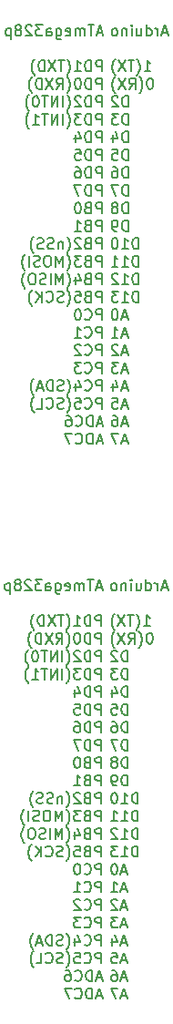
<source format=gbo>
G04 #@! TF.GenerationSoftware,KiCad,Pcbnew,(5.1.0)-1*
G04 #@! TF.CreationDate,2019-04-19T10:40:07+10:00*
G04 #@! TF.ProjectId,output.uc101panel,6f757470-7574-42e7-9563-31303170616e,rev?*
G04 #@! TF.SameCoordinates,Original*
G04 #@! TF.FileFunction,Legend,Bot*
G04 #@! TF.FilePolarity,Positive*
%FSLAX46Y46*%
G04 Gerber Fmt 4.6, Leading zero omitted, Abs format (unit mm)*
G04 Created by KiCad (PCBNEW (5.1.0)-1) date 2019-04-19 10:40:07*
%MOMM*%
%LPD*%
G04 APERTURE LIST*
%ADD10C,0.150000*%
G04 APERTURE END LIST*
D10*
X164412023Y-104041666D02*
X163935833Y-104041666D01*
X164507261Y-104327380D02*
X164173928Y-103327380D01*
X163840595Y-104327380D01*
X163650119Y-103327380D02*
X163078690Y-103327380D01*
X163364404Y-104327380D02*
X163364404Y-103327380D01*
X162745357Y-104327380D02*
X162745357Y-103660714D01*
X162745357Y-103755952D02*
X162697738Y-103708333D01*
X162602500Y-103660714D01*
X162459642Y-103660714D01*
X162364404Y-103708333D01*
X162316785Y-103803571D01*
X162316785Y-104327380D01*
X162316785Y-103803571D02*
X162269166Y-103708333D01*
X162173928Y-103660714D01*
X162031071Y-103660714D01*
X161935833Y-103708333D01*
X161888214Y-103803571D01*
X161888214Y-104327380D01*
X161031071Y-104279761D02*
X161126309Y-104327380D01*
X161316785Y-104327380D01*
X161412023Y-104279761D01*
X161459642Y-104184523D01*
X161459642Y-103803571D01*
X161412023Y-103708333D01*
X161316785Y-103660714D01*
X161126309Y-103660714D01*
X161031071Y-103708333D01*
X160983452Y-103803571D01*
X160983452Y-103898809D01*
X161459642Y-103994047D01*
X160126309Y-103660714D02*
X160126309Y-104470238D01*
X160173928Y-104565476D01*
X160221547Y-104613095D01*
X160316785Y-104660714D01*
X160459642Y-104660714D01*
X160554880Y-104613095D01*
X160126309Y-104279761D02*
X160221547Y-104327380D01*
X160412023Y-104327380D01*
X160507261Y-104279761D01*
X160554880Y-104232142D01*
X160602500Y-104136904D01*
X160602500Y-103851190D01*
X160554880Y-103755952D01*
X160507261Y-103708333D01*
X160412023Y-103660714D01*
X160221547Y-103660714D01*
X160126309Y-103708333D01*
X159221547Y-104327380D02*
X159221547Y-103803571D01*
X159269166Y-103708333D01*
X159364404Y-103660714D01*
X159554880Y-103660714D01*
X159650119Y-103708333D01*
X159221547Y-104279761D02*
X159316785Y-104327380D01*
X159554880Y-104327380D01*
X159650119Y-104279761D01*
X159697738Y-104184523D01*
X159697738Y-104089285D01*
X159650119Y-103994047D01*
X159554880Y-103946428D01*
X159316785Y-103946428D01*
X159221547Y-103898809D01*
X158840595Y-103327380D02*
X158221547Y-103327380D01*
X158554880Y-103708333D01*
X158412023Y-103708333D01*
X158316785Y-103755952D01*
X158269166Y-103803571D01*
X158221547Y-103898809D01*
X158221547Y-104136904D01*
X158269166Y-104232142D01*
X158316785Y-104279761D01*
X158412023Y-104327380D01*
X158697738Y-104327380D01*
X158792976Y-104279761D01*
X158840595Y-104232142D01*
X157840595Y-103422619D02*
X157792976Y-103375000D01*
X157697738Y-103327380D01*
X157459642Y-103327380D01*
X157364404Y-103375000D01*
X157316785Y-103422619D01*
X157269166Y-103517857D01*
X157269166Y-103613095D01*
X157316785Y-103755952D01*
X157888214Y-104327380D01*
X157269166Y-104327380D01*
X156697738Y-103755952D02*
X156792976Y-103708333D01*
X156840595Y-103660714D01*
X156888214Y-103565476D01*
X156888214Y-103517857D01*
X156840595Y-103422619D01*
X156792976Y-103375000D01*
X156697738Y-103327380D01*
X156507261Y-103327380D01*
X156412023Y-103375000D01*
X156364404Y-103422619D01*
X156316785Y-103517857D01*
X156316785Y-103565476D01*
X156364404Y-103660714D01*
X156412023Y-103708333D01*
X156507261Y-103755952D01*
X156697738Y-103755952D01*
X156792976Y-103803571D01*
X156840595Y-103851190D01*
X156888214Y-103946428D01*
X156888214Y-104136904D01*
X156840595Y-104232142D01*
X156792976Y-104279761D01*
X156697738Y-104327380D01*
X156507261Y-104327380D01*
X156412023Y-104279761D01*
X156364404Y-104232142D01*
X156316785Y-104136904D01*
X156316785Y-103946428D01*
X156364404Y-103851190D01*
X156412023Y-103803571D01*
X156507261Y-103755952D01*
X155888214Y-103660714D02*
X155888214Y-104660714D01*
X155888214Y-103708333D02*
X155792976Y-103660714D01*
X155602500Y-103660714D01*
X155507261Y-103708333D01*
X155459642Y-103755952D01*
X155412023Y-103851190D01*
X155412023Y-104136904D01*
X155459642Y-104232142D01*
X155507261Y-104279761D01*
X155602500Y-104327380D01*
X155792976Y-104327380D01*
X155888214Y-104279761D01*
X164364404Y-107627380D02*
X164364404Y-106627380D01*
X163983452Y-106627380D01*
X163888214Y-106675000D01*
X163840595Y-106722619D01*
X163792976Y-106817857D01*
X163792976Y-106960714D01*
X163840595Y-107055952D01*
X163888214Y-107103571D01*
X163983452Y-107151190D01*
X164364404Y-107151190D01*
X163364404Y-107627380D02*
X163364404Y-106627380D01*
X163126309Y-106627380D01*
X162983452Y-106675000D01*
X162888214Y-106770238D01*
X162840595Y-106865476D01*
X162792976Y-107055952D01*
X162792976Y-107198809D01*
X162840595Y-107389285D01*
X162888214Y-107484523D01*
X162983452Y-107579761D01*
X163126309Y-107627380D01*
X163364404Y-107627380D01*
X161840595Y-107627380D02*
X162412023Y-107627380D01*
X162126309Y-107627380D02*
X162126309Y-106627380D01*
X162221547Y-106770238D01*
X162316785Y-106865476D01*
X162412023Y-106913095D01*
X161126309Y-108008333D02*
X161173928Y-107960714D01*
X161269166Y-107817857D01*
X161316785Y-107722619D01*
X161364404Y-107579761D01*
X161412023Y-107341666D01*
X161412023Y-107151190D01*
X161364404Y-106913095D01*
X161316785Y-106770238D01*
X161269166Y-106675000D01*
X161173928Y-106532142D01*
X161126309Y-106484523D01*
X160888214Y-106627380D02*
X160316785Y-106627380D01*
X160602500Y-107627380D02*
X160602500Y-106627380D01*
X160078690Y-106627380D02*
X159412023Y-107627380D01*
X159412023Y-106627380D02*
X160078690Y-107627380D01*
X159031071Y-107627380D02*
X159031071Y-106627380D01*
X158792976Y-106627380D01*
X158650119Y-106675000D01*
X158554880Y-106770238D01*
X158507261Y-106865476D01*
X158459642Y-107055952D01*
X158459642Y-107198809D01*
X158507261Y-107389285D01*
X158554880Y-107484523D01*
X158650119Y-107579761D01*
X158792976Y-107627380D01*
X159031071Y-107627380D01*
X158126309Y-108008333D02*
X158078690Y-107960714D01*
X157983452Y-107817857D01*
X157935833Y-107722619D01*
X157888214Y-107579761D01*
X157840595Y-107341666D01*
X157840595Y-107151190D01*
X157888214Y-106913095D01*
X157935833Y-106770238D01*
X157983452Y-106675000D01*
X158078690Y-106532142D01*
X158126309Y-106484523D01*
X164364404Y-109277380D02*
X164364404Y-108277380D01*
X163983452Y-108277380D01*
X163888214Y-108325000D01*
X163840595Y-108372619D01*
X163792976Y-108467857D01*
X163792976Y-108610714D01*
X163840595Y-108705952D01*
X163888214Y-108753571D01*
X163983452Y-108801190D01*
X164364404Y-108801190D01*
X163364404Y-109277380D02*
X163364404Y-108277380D01*
X163126309Y-108277380D01*
X162983452Y-108325000D01*
X162888214Y-108420238D01*
X162840595Y-108515476D01*
X162792976Y-108705952D01*
X162792976Y-108848809D01*
X162840595Y-109039285D01*
X162888214Y-109134523D01*
X162983452Y-109229761D01*
X163126309Y-109277380D01*
X163364404Y-109277380D01*
X162173928Y-108277380D02*
X162078690Y-108277380D01*
X161983452Y-108325000D01*
X161935833Y-108372619D01*
X161888214Y-108467857D01*
X161840595Y-108658333D01*
X161840595Y-108896428D01*
X161888214Y-109086904D01*
X161935833Y-109182142D01*
X161983452Y-109229761D01*
X162078690Y-109277380D01*
X162173928Y-109277380D01*
X162269166Y-109229761D01*
X162316785Y-109182142D01*
X162364404Y-109086904D01*
X162412023Y-108896428D01*
X162412023Y-108658333D01*
X162364404Y-108467857D01*
X162316785Y-108372619D01*
X162269166Y-108325000D01*
X162173928Y-108277380D01*
X161126309Y-109658333D02*
X161173928Y-109610714D01*
X161269166Y-109467857D01*
X161316785Y-109372619D01*
X161364404Y-109229761D01*
X161412023Y-108991666D01*
X161412023Y-108801190D01*
X161364404Y-108563095D01*
X161316785Y-108420238D01*
X161269166Y-108325000D01*
X161173928Y-108182142D01*
X161126309Y-108134523D01*
X160173928Y-109277380D02*
X160507261Y-108801190D01*
X160745357Y-109277380D02*
X160745357Y-108277380D01*
X160364404Y-108277380D01*
X160269166Y-108325000D01*
X160221547Y-108372619D01*
X160173928Y-108467857D01*
X160173928Y-108610714D01*
X160221547Y-108705952D01*
X160269166Y-108753571D01*
X160364404Y-108801190D01*
X160745357Y-108801190D01*
X159840595Y-108277380D02*
X159173928Y-109277380D01*
X159173928Y-108277380D02*
X159840595Y-109277380D01*
X158792976Y-109277380D02*
X158792976Y-108277380D01*
X158554880Y-108277380D01*
X158412023Y-108325000D01*
X158316785Y-108420238D01*
X158269166Y-108515476D01*
X158221547Y-108705952D01*
X158221547Y-108848809D01*
X158269166Y-109039285D01*
X158316785Y-109134523D01*
X158412023Y-109229761D01*
X158554880Y-109277380D01*
X158792976Y-109277380D01*
X157888214Y-109658333D02*
X157840595Y-109610714D01*
X157745357Y-109467857D01*
X157697738Y-109372619D01*
X157650119Y-109229761D01*
X157602500Y-108991666D01*
X157602500Y-108801190D01*
X157650119Y-108563095D01*
X157697738Y-108420238D01*
X157745357Y-108325000D01*
X157840595Y-108182142D01*
X157888214Y-108134523D01*
X164364404Y-110927380D02*
X164364404Y-109927380D01*
X163983452Y-109927380D01*
X163888214Y-109975000D01*
X163840595Y-110022619D01*
X163792976Y-110117857D01*
X163792976Y-110260714D01*
X163840595Y-110355952D01*
X163888214Y-110403571D01*
X163983452Y-110451190D01*
X164364404Y-110451190D01*
X163364404Y-110927380D02*
X163364404Y-109927380D01*
X163126309Y-109927380D01*
X162983452Y-109975000D01*
X162888214Y-110070238D01*
X162840595Y-110165476D01*
X162792976Y-110355952D01*
X162792976Y-110498809D01*
X162840595Y-110689285D01*
X162888214Y-110784523D01*
X162983452Y-110879761D01*
X163126309Y-110927380D01*
X163364404Y-110927380D01*
X162412023Y-110022619D02*
X162364404Y-109975000D01*
X162269166Y-109927380D01*
X162031071Y-109927380D01*
X161935833Y-109975000D01*
X161888214Y-110022619D01*
X161840595Y-110117857D01*
X161840595Y-110213095D01*
X161888214Y-110355952D01*
X162459642Y-110927380D01*
X161840595Y-110927380D01*
X161126309Y-111308333D02*
X161173928Y-111260714D01*
X161269166Y-111117857D01*
X161316785Y-111022619D01*
X161364404Y-110879761D01*
X161412023Y-110641666D01*
X161412023Y-110451190D01*
X161364404Y-110213095D01*
X161316785Y-110070238D01*
X161269166Y-109975000D01*
X161173928Y-109832142D01*
X161126309Y-109784523D01*
X160745357Y-110927380D02*
X160745357Y-109927380D01*
X160269166Y-110927380D02*
X160269166Y-109927380D01*
X159697738Y-110927380D01*
X159697738Y-109927380D01*
X159364404Y-109927380D02*
X158792976Y-109927380D01*
X159078690Y-110927380D02*
X159078690Y-109927380D01*
X158269166Y-109927380D02*
X158173928Y-109927380D01*
X158078690Y-109975000D01*
X158031071Y-110022619D01*
X157983452Y-110117857D01*
X157935833Y-110308333D01*
X157935833Y-110546428D01*
X157983452Y-110736904D01*
X158031071Y-110832142D01*
X158078690Y-110879761D01*
X158173928Y-110927380D01*
X158269166Y-110927380D01*
X158364404Y-110879761D01*
X158412023Y-110832142D01*
X158459642Y-110736904D01*
X158507261Y-110546428D01*
X158507261Y-110308333D01*
X158459642Y-110117857D01*
X158412023Y-110022619D01*
X158364404Y-109975000D01*
X158269166Y-109927380D01*
X157602500Y-111308333D02*
X157554880Y-111260714D01*
X157459642Y-111117857D01*
X157412023Y-111022619D01*
X157364404Y-110879761D01*
X157316785Y-110641666D01*
X157316785Y-110451190D01*
X157364404Y-110213095D01*
X157412023Y-110070238D01*
X157459642Y-109975000D01*
X157554880Y-109832142D01*
X157602500Y-109784523D01*
X164364404Y-112577380D02*
X164364404Y-111577380D01*
X163983452Y-111577380D01*
X163888214Y-111625000D01*
X163840595Y-111672619D01*
X163792976Y-111767857D01*
X163792976Y-111910714D01*
X163840595Y-112005952D01*
X163888214Y-112053571D01*
X163983452Y-112101190D01*
X164364404Y-112101190D01*
X163364404Y-112577380D02*
X163364404Y-111577380D01*
X163126309Y-111577380D01*
X162983452Y-111625000D01*
X162888214Y-111720238D01*
X162840595Y-111815476D01*
X162792976Y-112005952D01*
X162792976Y-112148809D01*
X162840595Y-112339285D01*
X162888214Y-112434523D01*
X162983452Y-112529761D01*
X163126309Y-112577380D01*
X163364404Y-112577380D01*
X162459642Y-111577380D02*
X161840595Y-111577380D01*
X162173928Y-111958333D01*
X162031071Y-111958333D01*
X161935833Y-112005952D01*
X161888214Y-112053571D01*
X161840595Y-112148809D01*
X161840595Y-112386904D01*
X161888214Y-112482142D01*
X161935833Y-112529761D01*
X162031071Y-112577380D01*
X162316785Y-112577380D01*
X162412023Y-112529761D01*
X162459642Y-112482142D01*
X161126309Y-112958333D02*
X161173928Y-112910714D01*
X161269166Y-112767857D01*
X161316785Y-112672619D01*
X161364404Y-112529761D01*
X161412023Y-112291666D01*
X161412023Y-112101190D01*
X161364404Y-111863095D01*
X161316785Y-111720238D01*
X161269166Y-111625000D01*
X161173928Y-111482142D01*
X161126309Y-111434523D01*
X160745357Y-112577380D02*
X160745357Y-111577380D01*
X160269166Y-112577380D02*
X160269166Y-111577380D01*
X159697738Y-112577380D01*
X159697738Y-111577380D01*
X159364404Y-111577380D02*
X158792976Y-111577380D01*
X159078690Y-112577380D02*
X159078690Y-111577380D01*
X157935833Y-112577380D02*
X158507261Y-112577380D01*
X158221547Y-112577380D02*
X158221547Y-111577380D01*
X158316785Y-111720238D01*
X158412023Y-111815476D01*
X158507261Y-111863095D01*
X157602500Y-112958333D02*
X157554880Y-112910714D01*
X157459642Y-112767857D01*
X157412023Y-112672619D01*
X157364404Y-112529761D01*
X157316785Y-112291666D01*
X157316785Y-112101190D01*
X157364404Y-111863095D01*
X157412023Y-111720238D01*
X157459642Y-111625000D01*
X157554880Y-111482142D01*
X157602500Y-111434523D01*
X164364404Y-114227380D02*
X164364404Y-113227380D01*
X163983452Y-113227380D01*
X163888214Y-113275000D01*
X163840595Y-113322619D01*
X163792976Y-113417857D01*
X163792976Y-113560714D01*
X163840595Y-113655952D01*
X163888214Y-113703571D01*
X163983452Y-113751190D01*
X164364404Y-113751190D01*
X163364404Y-114227380D02*
X163364404Y-113227380D01*
X163126309Y-113227380D01*
X162983452Y-113275000D01*
X162888214Y-113370238D01*
X162840595Y-113465476D01*
X162792976Y-113655952D01*
X162792976Y-113798809D01*
X162840595Y-113989285D01*
X162888214Y-114084523D01*
X162983452Y-114179761D01*
X163126309Y-114227380D01*
X163364404Y-114227380D01*
X161935833Y-113560714D02*
X161935833Y-114227380D01*
X162173928Y-113179761D02*
X162412023Y-113894047D01*
X161792976Y-113894047D01*
X164364404Y-115877380D02*
X164364404Y-114877380D01*
X163983452Y-114877380D01*
X163888214Y-114925000D01*
X163840595Y-114972619D01*
X163792976Y-115067857D01*
X163792976Y-115210714D01*
X163840595Y-115305952D01*
X163888214Y-115353571D01*
X163983452Y-115401190D01*
X164364404Y-115401190D01*
X163364404Y-115877380D02*
X163364404Y-114877380D01*
X163126309Y-114877380D01*
X162983452Y-114925000D01*
X162888214Y-115020238D01*
X162840595Y-115115476D01*
X162792976Y-115305952D01*
X162792976Y-115448809D01*
X162840595Y-115639285D01*
X162888214Y-115734523D01*
X162983452Y-115829761D01*
X163126309Y-115877380D01*
X163364404Y-115877380D01*
X161888214Y-114877380D02*
X162364404Y-114877380D01*
X162412023Y-115353571D01*
X162364404Y-115305952D01*
X162269166Y-115258333D01*
X162031071Y-115258333D01*
X161935833Y-115305952D01*
X161888214Y-115353571D01*
X161840595Y-115448809D01*
X161840595Y-115686904D01*
X161888214Y-115782142D01*
X161935833Y-115829761D01*
X162031071Y-115877380D01*
X162269166Y-115877380D01*
X162364404Y-115829761D01*
X162412023Y-115782142D01*
X164364404Y-117527380D02*
X164364404Y-116527380D01*
X163983452Y-116527380D01*
X163888214Y-116575000D01*
X163840595Y-116622619D01*
X163792976Y-116717857D01*
X163792976Y-116860714D01*
X163840595Y-116955952D01*
X163888214Y-117003571D01*
X163983452Y-117051190D01*
X164364404Y-117051190D01*
X163364404Y-117527380D02*
X163364404Y-116527380D01*
X163126309Y-116527380D01*
X162983452Y-116575000D01*
X162888214Y-116670238D01*
X162840595Y-116765476D01*
X162792976Y-116955952D01*
X162792976Y-117098809D01*
X162840595Y-117289285D01*
X162888214Y-117384523D01*
X162983452Y-117479761D01*
X163126309Y-117527380D01*
X163364404Y-117527380D01*
X161935833Y-116527380D02*
X162126309Y-116527380D01*
X162221547Y-116575000D01*
X162269166Y-116622619D01*
X162364404Y-116765476D01*
X162412023Y-116955952D01*
X162412023Y-117336904D01*
X162364404Y-117432142D01*
X162316785Y-117479761D01*
X162221547Y-117527380D01*
X162031071Y-117527380D01*
X161935833Y-117479761D01*
X161888214Y-117432142D01*
X161840595Y-117336904D01*
X161840595Y-117098809D01*
X161888214Y-117003571D01*
X161935833Y-116955952D01*
X162031071Y-116908333D01*
X162221547Y-116908333D01*
X162316785Y-116955952D01*
X162364404Y-117003571D01*
X162412023Y-117098809D01*
X164364404Y-119177380D02*
X164364404Y-118177380D01*
X163983452Y-118177380D01*
X163888214Y-118225000D01*
X163840595Y-118272619D01*
X163792976Y-118367857D01*
X163792976Y-118510714D01*
X163840595Y-118605952D01*
X163888214Y-118653571D01*
X163983452Y-118701190D01*
X164364404Y-118701190D01*
X163364404Y-119177380D02*
X163364404Y-118177380D01*
X163126309Y-118177380D01*
X162983452Y-118225000D01*
X162888214Y-118320238D01*
X162840595Y-118415476D01*
X162792976Y-118605952D01*
X162792976Y-118748809D01*
X162840595Y-118939285D01*
X162888214Y-119034523D01*
X162983452Y-119129761D01*
X163126309Y-119177380D01*
X163364404Y-119177380D01*
X162459642Y-118177380D02*
X161792976Y-118177380D01*
X162221547Y-119177380D01*
X164364404Y-120827380D02*
X164364404Y-119827380D01*
X163983452Y-119827380D01*
X163888214Y-119875000D01*
X163840595Y-119922619D01*
X163792976Y-120017857D01*
X163792976Y-120160714D01*
X163840595Y-120255952D01*
X163888214Y-120303571D01*
X163983452Y-120351190D01*
X164364404Y-120351190D01*
X163031071Y-120303571D02*
X162888214Y-120351190D01*
X162840595Y-120398809D01*
X162792976Y-120494047D01*
X162792976Y-120636904D01*
X162840595Y-120732142D01*
X162888214Y-120779761D01*
X162983452Y-120827380D01*
X163364404Y-120827380D01*
X163364404Y-119827380D01*
X163031071Y-119827380D01*
X162935833Y-119875000D01*
X162888214Y-119922619D01*
X162840595Y-120017857D01*
X162840595Y-120113095D01*
X162888214Y-120208333D01*
X162935833Y-120255952D01*
X163031071Y-120303571D01*
X163364404Y-120303571D01*
X162173928Y-119827380D02*
X162078690Y-119827380D01*
X161983452Y-119875000D01*
X161935833Y-119922619D01*
X161888214Y-120017857D01*
X161840595Y-120208333D01*
X161840595Y-120446428D01*
X161888214Y-120636904D01*
X161935833Y-120732142D01*
X161983452Y-120779761D01*
X162078690Y-120827380D01*
X162173928Y-120827380D01*
X162269166Y-120779761D01*
X162316785Y-120732142D01*
X162364404Y-120636904D01*
X162412023Y-120446428D01*
X162412023Y-120208333D01*
X162364404Y-120017857D01*
X162316785Y-119922619D01*
X162269166Y-119875000D01*
X162173928Y-119827380D01*
X164364404Y-122477380D02*
X164364404Y-121477380D01*
X163983452Y-121477380D01*
X163888214Y-121525000D01*
X163840595Y-121572619D01*
X163792976Y-121667857D01*
X163792976Y-121810714D01*
X163840595Y-121905952D01*
X163888214Y-121953571D01*
X163983452Y-122001190D01*
X164364404Y-122001190D01*
X163031071Y-121953571D02*
X162888214Y-122001190D01*
X162840595Y-122048809D01*
X162792976Y-122144047D01*
X162792976Y-122286904D01*
X162840595Y-122382142D01*
X162888214Y-122429761D01*
X162983452Y-122477380D01*
X163364404Y-122477380D01*
X163364404Y-121477380D01*
X163031071Y-121477380D01*
X162935833Y-121525000D01*
X162888214Y-121572619D01*
X162840595Y-121667857D01*
X162840595Y-121763095D01*
X162888214Y-121858333D01*
X162935833Y-121905952D01*
X163031071Y-121953571D01*
X163364404Y-121953571D01*
X161840595Y-122477380D02*
X162412023Y-122477380D01*
X162126309Y-122477380D02*
X162126309Y-121477380D01*
X162221547Y-121620238D01*
X162316785Y-121715476D01*
X162412023Y-121763095D01*
X164364404Y-124127380D02*
X164364404Y-123127380D01*
X163983452Y-123127380D01*
X163888214Y-123175000D01*
X163840595Y-123222619D01*
X163792976Y-123317857D01*
X163792976Y-123460714D01*
X163840595Y-123555952D01*
X163888214Y-123603571D01*
X163983452Y-123651190D01*
X164364404Y-123651190D01*
X163031071Y-123603571D02*
X162888214Y-123651190D01*
X162840595Y-123698809D01*
X162792976Y-123794047D01*
X162792976Y-123936904D01*
X162840595Y-124032142D01*
X162888214Y-124079761D01*
X162983452Y-124127380D01*
X163364404Y-124127380D01*
X163364404Y-123127380D01*
X163031071Y-123127380D01*
X162935833Y-123175000D01*
X162888214Y-123222619D01*
X162840595Y-123317857D01*
X162840595Y-123413095D01*
X162888214Y-123508333D01*
X162935833Y-123555952D01*
X163031071Y-123603571D01*
X163364404Y-123603571D01*
X162412023Y-123222619D02*
X162364404Y-123175000D01*
X162269166Y-123127380D01*
X162031071Y-123127380D01*
X161935833Y-123175000D01*
X161888214Y-123222619D01*
X161840595Y-123317857D01*
X161840595Y-123413095D01*
X161888214Y-123555952D01*
X162459642Y-124127380D01*
X161840595Y-124127380D01*
X161126309Y-124508333D02*
X161173928Y-124460714D01*
X161269166Y-124317857D01*
X161316785Y-124222619D01*
X161364404Y-124079761D01*
X161412023Y-123841666D01*
X161412023Y-123651190D01*
X161364404Y-123413095D01*
X161316785Y-123270238D01*
X161269166Y-123175000D01*
X161173928Y-123032142D01*
X161126309Y-122984523D01*
X160745357Y-123460714D02*
X160745357Y-124127380D01*
X160745357Y-123555952D02*
X160697738Y-123508333D01*
X160602500Y-123460714D01*
X160459642Y-123460714D01*
X160364404Y-123508333D01*
X160316785Y-123603571D01*
X160316785Y-124127380D01*
X159888214Y-124079761D02*
X159745357Y-124127380D01*
X159507261Y-124127380D01*
X159412023Y-124079761D01*
X159364404Y-124032142D01*
X159316785Y-123936904D01*
X159316785Y-123841666D01*
X159364404Y-123746428D01*
X159412023Y-123698809D01*
X159507261Y-123651190D01*
X159697738Y-123603571D01*
X159792976Y-123555952D01*
X159840595Y-123508333D01*
X159888214Y-123413095D01*
X159888214Y-123317857D01*
X159840595Y-123222619D01*
X159792976Y-123175000D01*
X159697738Y-123127380D01*
X159459642Y-123127380D01*
X159316785Y-123175000D01*
X158935833Y-124079761D02*
X158792976Y-124127380D01*
X158554880Y-124127380D01*
X158459642Y-124079761D01*
X158412023Y-124032142D01*
X158364404Y-123936904D01*
X158364404Y-123841666D01*
X158412023Y-123746428D01*
X158459642Y-123698809D01*
X158554880Y-123651190D01*
X158745357Y-123603571D01*
X158840595Y-123555952D01*
X158888214Y-123508333D01*
X158935833Y-123413095D01*
X158935833Y-123317857D01*
X158888214Y-123222619D01*
X158840595Y-123175000D01*
X158745357Y-123127380D01*
X158507261Y-123127380D01*
X158364404Y-123175000D01*
X158031071Y-124508333D02*
X157983452Y-124460714D01*
X157888214Y-124317857D01*
X157840595Y-124222619D01*
X157792976Y-124079761D01*
X157745357Y-123841666D01*
X157745357Y-123651190D01*
X157792976Y-123413095D01*
X157840595Y-123270238D01*
X157888214Y-123175000D01*
X157983452Y-123032142D01*
X158031071Y-122984523D01*
X164364404Y-125777380D02*
X164364404Y-124777380D01*
X163983452Y-124777380D01*
X163888214Y-124825000D01*
X163840595Y-124872619D01*
X163792976Y-124967857D01*
X163792976Y-125110714D01*
X163840595Y-125205952D01*
X163888214Y-125253571D01*
X163983452Y-125301190D01*
X164364404Y-125301190D01*
X163031071Y-125253571D02*
X162888214Y-125301190D01*
X162840595Y-125348809D01*
X162792976Y-125444047D01*
X162792976Y-125586904D01*
X162840595Y-125682142D01*
X162888214Y-125729761D01*
X162983452Y-125777380D01*
X163364404Y-125777380D01*
X163364404Y-124777380D01*
X163031071Y-124777380D01*
X162935833Y-124825000D01*
X162888214Y-124872619D01*
X162840595Y-124967857D01*
X162840595Y-125063095D01*
X162888214Y-125158333D01*
X162935833Y-125205952D01*
X163031071Y-125253571D01*
X163364404Y-125253571D01*
X162459642Y-124777380D02*
X161840595Y-124777380D01*
X162173928Y-125158333D01*
X162031071Y-125158333D01*
X161935833Y-125205952D01*
X161888214Y-125253571D01*
X161840595Y-125348809D01*
X161840595Y-125586904D01*
X161888214Y-125682142D01*
X161935833Y-125729761D01*
X162031071Y-125777380D01*
X162316785Y-125777380D01*
X162412023Y-125729761D01*
X162459642Y-125682142D01*
X161126309Y-126158333D02*
X161173928Y-126110714D01*
X161269166Y-125967857D01*
X161316785Y-125872619D01*
X161364404Y-125729761D01*
X161412023Y-125491666D01*
X161412023Y-125301190D01*
X161364404Y-125063095D01*
X161316785Y-124920238D01*
X161269166Y-124825000D01*
X161173928Y-124682142D01*
X161126309Y-124634523D01*
X160745357Y-125777380D02*
X160745357Y-124777380D01*
X160412023Y-125491666D01*
X160078690Y-124777380D01*
X160078690Y-125777380D01*
X159412023Y-124777380D02*
X159221547Y-124777380D01*
X159126309Y-124825000D01*
X159031071Y-124920238D01*
X158983452Y-125110714D01*
X158983452Y-125444047D01*
X159031071Y-125634523D01*
X159126309Y-125729761D01*
X159221547Y-125777380D01*
X159412023Y-125777380D01*
X159507261Y-125729761D01*
X159602500Y-125634523D01*
X159650119Y-125444047D01*
X159650119Y-125110714D01*
X159602500Y-124920238D01*
X159507261Y-124825000D01*
X159412023Y-124777380D01*
X158602500Y-125729761D02*
X158459642Y-125777380D01*
X158221547Y-125777380D01*
X158126309Y-125729761D01*
X158078690Y-125682142D01*
X158031071Y-125586904D01*
X158031071Y-125491666D01*
X158078690Y-125396428D01*
X158126309Y-125348809D01*
X158221547Y-125301190D01*
X158412023Y-125253571D01*
X158507261Y-125205952D01*
X158554880Y-125158333D01*
X158602500Y-125063095D01*
X158602500Y-124967857D01*
X158554880Y-124872619D01*
X158507261Y-124825000D01*
X158412023Y-124777380D01*
X158173928Y-124777380D01*
X158031071Y-124825000D01*
X157602500Y-125777380D02*
X157602500Y-124777380D01*
X157221547Y-126158333D02*
X157173928Y-126110714D01*
X157078690Y-125967857D01*
X157031071Y-125872619D01*
X156983452Y-125729761D01*
X156935833Y-125491666D01*
X156935833Y-125301190D01*
X156983452Y-125063095D01*
X157031071Y-124920238D01*
X157078690Y-124825000D01*
X157173928Y-124682142D01*
X157221547Y-124634523D01*
X164364404Y-127427380D02*
X164364404Y-126427380D01*
X163983452Y-126427380D01*
X163888214Y-126475000D01*
X163840595Y-126522619D01*
X163792976Y-126617857D01*
X163792976Y-126760714D01*
X163840595Y-126855952D01*
X163888214Y-126903571D01*
X163983452Y-126951190D01*
X164364404Y-126951190D01*
X163031071Y-126903571D02*
X162888214Y-126951190D01*
X162840595Y-126998809D01*
X162792976Y-127094047D01*
X162792976Y-127236904D01*
X162840595Y-127332142D01*
X162888214Y-127379761D01*
X162983452Y-127427380D01*
X163364404Y-127427380D01*
X163364404Y-126427380D01*
X163031071Y-126427380D01*
X162935833Y-126475000D01*
X162888214Y-126522619D01*
X162840595Y-126617857D01*
X162840595Y-126713095D01*
X162888214Y-126808333D01*
X162935833Y-126855952D01*
X163031071Y-126903571D01*
X163364404Y-126903571D01*
X161935833Y-126760714D02*
X161935833Y-127427380D01*
X162173928Y-126379761D02*
X162412023Y-127094047D01*
X161792976Y-127094047D01*
X161126309Y-127808333D02*
X161173928Y-127760714D01*
X161269166Y-127617857D01*
X161316785Y-127522619D01*
X161364404Y-127379761D01*
X161412023Y-127141666D01*
X161412023Y-126951190D01*
X161364404Y-126713095D01*
X161316785Y-126570238D01*
X161269166Y-126475000D01*
X161173928Y-126332142D01*
X161126309Y-126284523D01*
X160745357Y-127427380D02*
X160745357Y-126427380D01*
X160412023Y-127141666D01*
X160078690Y-126427380D01*
X160078690Y-127427380D01*
X159602500Y-127427380D02*
X159602500Y-126427380D01*
X159173928Y-127379761D02*
X159031071Y-127427380D01*
X158792976Y-127427380D01*
X158697738Y-127379761D01*
X158650119Y-127332142D01*
X158602500Y-127236904D01*
X158602500Y-127141666D01*
X158650119Y-127046428D01*
X158697738Y-126998809D01*
X158792976Y-126951190D01*
X158983452Y-126903571D01*
X159078690Y-126855952D01*
X159126309Y-126808333D01*
X159173928Y-126713095D01*
X159173928Y-126617857D01*
X159126309Y-126522619D01*
X159078690Y-126475000D01*
X158983452Y-126427380D01*
X158745357Y-126427380D01*
X158602500Y-126475000D01*
X157983452Y-126427380D02*
X157792976Y-126427380D01*
X157697738Y-126475000D01*
X157602500Y-126570238D01*
X157554880Y-126760714D01*
X157554880Y-127094047D01*
X157602500Y-127284523D01*
X157697738Y-127379761D01*
X157792976Y-127427380D01*
X157983452Y-127427380D01*
X158078690Y-127379761D01*
X158173928Y-127284523D01*
X158221547Y-127094047D01*
X158221547Y-126760714D01*
X158173928Y-126570238D01*
X158078690Y-126475000D01*
X157983452Y-126427380D01*
X157221547Y-127808333D02*
X157173928Y-127760714D01*
X157078690Y-127617857D01*
X157031071Y-127522619D01*
X156983452Y-127379761D01*
X156935833Y-127141666D01*
X156935833Y-126951190D01*
X156983452Y-126713095D01*
X157031071Y-126570238D01*
X157078690Y-126475000D01*
X157173928Y-126332142D01*
X157221547Y-126284523D01*
X164364404Y-129077380D02*
X164364404Y-128077380D01*
X163983452Y-128077380D01*
X163888214Y-128125000D01*
X163840595Y-128172619D01*
X163792976Y-128267857D01*
X163792976Y-128410714D01*
X163840595Y-128505952D01*
X163888214Y-128553571D01*
X163983452Y-128601190D01*
X164364404Y-128601190D01*
X163031071Y-128553571D02*
X162888214Y-128601190D01*
X162840595Y-128648809D01*
X162792976Y-128744047D01*
X162792976Y-128886904D01*
X162840595Y-128982142D01*
X162888214Y-129029761D01*
X162983452Y-129077380D01*
X163364404Y-129077380D01*
X163364404Y-128077380D01*
X163031071Y-128077380D01*
X162935833Y-128125000D01*
X162888214Y-128172619D01*
X162840595Y-128267857D01*
X162840595Y-128363095D01*
X162888214Y-128458333D01*
X162935833Y-128505952D01*
X163031071Y-128553571D01*
X163364404Y-128553571D01*
X161888214Y-128077380D02*
X162364404Y-128077380D01*
X162412023Y-128553571D01*
X162364404Y-128505952D01*
X162269166Y-128458333D01*
X162031071Y-128458333D01*
X161935833Y-128505952D01*
X161888214Y-128553571D01*
X161840595Y-128648809D01*
X161840595Y-128886904D01*
X161888214Y-128982142D01*
X161935833Y-129029761D01*
X162031071Y-129077380D01*
X162269166Y-129077380D01*
X162364404Y-129029761D01*
X162412023Y-128982142D01*
X161126309Y-129458333D02*
X161173928Y-129410714D01*
X161269166Y-129267857D01*
X161316785Y-129172619D01*
X161364404Y-129029761D01*
X161412023Y-128791666D01*
X161412023Y-128601190D01*
X161364404Y-128363095D01*
X161316785Y-128220238D01*
X161269166Y-128125000D01*
X161173928Y-127982142D01*
X161126309Y-127934523D01*
X160792976Y-129029761D02*
X160650119Y-129077380D01*
X160412023Y-129077380D01*
X160316785Y-129029761D01*
X160269166Y-128982142D01*
X160221547Y-128886904D01*
X160221547Y-128791666D01*
X160269166Y-128696428D01*
X160316785Y-128648809D01*
X160412023Y-128601190D01*
X160602500Y-128553571D01*
X160697738Y-128505952D01*
X160745357Y-128458333D01*
X160792976Y-128363095D01*
X160792976Y-128267857D01*
X160745357Y-128172619D01*
X160697738Y-128125000D01*
X160602500Y-128077380D01*
X160364404Y-128077380D01*
X160221547Y-128125000D01*
X159221547Y-128982142D02*
X159269166Y-129029761D01*
X159412023Y-129077380D01*
X159507261Y-129077380D01*
X159650119Y-129029761D01*
X159745357Y-128934523D01*
X159792976Y-128839285D01*
X159840595Y-128648809D01*
X159840595Y-128505952D01*
X159792976Y-128315476D01*
X159745357Y-128220238D01*
X159650119Y-128125000D01*
X159507261Y-128077380D01*
X159412023Y-128077380D01*
X159269166Y-128125000D01*
X159221547Y-128172619D01*
X158792976Y-129077380D02*
X158792976Y-128077380D01*
X158221547Y-129077380D02*
X158650119Y-128505952D01*
X158221547Y-128077380D02*
X158792976Y-128648809D01*
X157888214Y-129458333D02*
X157840595Y-129410714D01*
X157745357Y-129267857D01*
X157697738Y-129172619D01*
X157650119Y-129029761D01*
X157602500Y-128791666D01*
X157602500Y-128601190D01*
X157650119Y-128363095D01*
X157697738Y-128220238D01*
X157745357Y-128125000D01*
X157840595Y-127982142D01*
X157888214Y-127934523D01*
X164364404Y-130727380D02*
X164364404Y-129727380D01*
X163983452Y-129727380D01*
X163888214Y-129775000D01*
X163840595Y-129822619D01*
X163792976Y-129917857D01*
X163792976Y-130060714D01*
X163840595Y-130155952D01*
X163888214Y-130203571D01*
X163983452Y-130251190D01*
X164364404Y-130251190D01*
X162792976Y-130632142D02*
X162840595Y-130679761D01*
X162983452Y-130727380D01*
X163078690Y-130727380D01*
X163221547Y-130679761D01*
X163316785Y-130584523D01*
X163364404Y-130489285D01*
X163412023Y-130298809D01*
X163412023Y-130155952D01*
X163364404Y-129965476D01*
X163316785Y-129870238D01*
X163221547Y-129775000D01*
X163078690Y-129727380D01*
X162983452Y-129727380D01*
X162840595Y-129775000D01*
X162792976Y-129822619D01*
X162173928Y-129727380D02*
X162078690Y-129727380D01*
X161983452Y-129775000D01*
X161935833Y-129822619D01*
X161888214Y-129917857D01*
X161840595Y-130108333D01*
X161840595Y-130346428D01*
X161888214Y-130536904D01*
X161935833Y-130632142D01*
X161983452Y-130679761D01*
X162078690Y-130727380D01*
X162173928Y-130727380D01*
X162269166Y-130679761D01*
X162316785Y-130632142D01*
X162364404Y-130536904D01*
X162412023Y-130346428D01*
X162412023Y-130108333D01*
X162364404Y-129917857D01*
X162316785Y-129822619D01*
X162269166Y-129775000D01*
X162173928Y-129727380D01*
X164364404Y-132377380D02*
X164364404Y-131377380D01*
X163983452Y-131377380D01*
X163888214Y-131425000D01*
X163840595Y-131472619D01*
X163792976Y-131567857D01*
X163792976Y-131710714D01*
X163840595Y-131805952D01*
X163888214Y-131853571D01*
X163983452Y-131901190D01*
X164364404Y-131901190D01*
X162792976Y-132282142D02*
X162840595Y-132329761D01*
X162983452Y-132377380D01*
X163078690Y-132377380D01*
X163221547Y-132329761D01*
X163316785Y-132234523D01*
X163364404Y-132139285D01*
X163412023Y-131948809D01*
X163412023Y-131805952D01*
X163364404Y-131615476D01*
X163316785Y-131520238D01*
X163221547Y-131425000D01*
X163078690Y-131377380D01*
X162983452Y-131377380D01*
X162840595Y-131425000D01*
X162792976Y-131472619D01*
X161840595Y-132377380D02*
X162412023Y-132377380D01*
X162126309Y-132377380D02*
X162126309Y-131377380D01*
X162221547Y-131520238D01*
X162316785Y-131615476D01*
X162412023Y-131663095D01*
X164364404Y-134027380D02*
X164364404Y-133027380D01*
X163983452Y-133027380D01*
X163888214Y-133075000D01*
X163840595Y-133122619D01*
X163792976Y-133217857D01*
X163792976Y-133360714D01*
X163840595Y-133455952D01*
X163888214Y-133503571D01*
X163983452Y-133551190D01*
X164364404Y-133551190D01*
X162792976Y-133932142D02*
X162840595Y-133979761D01*
X162983452Y-134027380D01*
X163078690Y-134027380D01*
X163221547Y-133979761D01*
X163316785Y-133884523D01*
X163364404Y-133789285D01*
X163412023Y-133598809D01*
X163412023Y-133455952D01*
X163364404Y-133265476D01*
X163316785Y-133170238D01*
X163221547Y-133075000D01*
X163078690Y-133027380D01*
X162983452Y-133027380D01*
X162840595Y-133075000D01*
X162792976Y-133122619D01*
X162412023Y-133122619D02*
X162364404Y-133075000D01*
X162269166Y-133027380D01*
X162031071Y-133027380D01*
X161935833Y-133075000D01*
X161888214Y-133122619D01*
X161840595Y-133217857D01*
X161840595Y-133313095D01*
X161888214Y-133455952D01*
X162459642Y-134027380D01*
X161840595Y-134027380D01*
X164364404Y-135677380D02*
X164364404Y-134677380D01*
X163983452Y-134677380D01*
X163888214Y-134725000D01*
X163840595Y-134772619D01*
X163792976Y-134867857D01*
X163792976Y-135010714D01*
X163840595Y-135105952D01*
X163888214Y-135153571D01*
X163983452Y-135201190D01*
X164364404Y-135201190D01*
X162792976Y-135582142D02*
X162840595Y-135629761D01*
X162983452Y-135677380D01*
X163078690Y-135677380D01*
X163221547Y-135629761D01*
X163316785Y-135534523D01*
X163364404Y-135439285D01*
X163412023Y-135248809D01*
X163412023Y-135105952D01*
X163364404Y-134915476D01*
X163316785Y-134820238D01*
X163221547Y-134725000D01*
X163078690Y-134677380D01*
X162983452Y-134677380D01*
X162840595Y-134725000D01*
X162792976Y-134772619D01*
X162459642Y-134677380D02*
X161840595Y-134677380D01*
X162173928Y-135058333D01*
X162031071Y-135058333D01*
X161935833Y-135105952D01*
X161888214Y-135153571D01*
X161840595Y-135248809D01*
X161840595Y-135486904D01*
X161888214Y-135582142D01*
X161935833Y-135629761D01*
X162031071Y-135677380D01*
X162316785Y-135677380D01*
X162412023Y-135629761D01*
X162459642Y-135582142D01*
X164364404Y-137327380D02*
X164364404Y-136327380D01*
X163983452Y-136327380D01*
X163888214Y-136375000D01*
X163840595Y-136422619D01*
X163792976Y-136517857D01*
X163792976Y-136660714D01*
X163840595Y-136755952D01*
X163888214Y-136803571D01*
X163983452Y-136851190D01*
X164364404Y-136851190D01*
X162792976Y-137232142D02*
X162840595Y-137279761D01*
X162983452Y-137327380D01*
X163078690Y-137327380D01*
X163221547Y-137279761D01*
X163316785Y-137184523D01*
X163364404Y-137089285D01*
X163412023Y-136898809D01*
X163412023Y-136755952D01*
X163364404Y-136565476D01*
X163316785Y-136470238D01*
X163221547Y-136375000D01*
X163078690Y-136327380D01*
X162983452Y-136327380D01*
X162840595Y-136375000D01*
X162792976Y-136422619D01*
X161935833Y-136660714D02*
X161935833Y-137327380D01*
X162173928Y-136279761D02*
X162412023Y-136994047D01*
X161792976Y-136994047D01*
X161126309Y-137708333D02*
X161173928Y-137660714D01*
X161269166Y-137517857D01*
X161316785Y-137422619D01*
X161364404Y-137279761D01*
X161412023Y-137041666D01*
X161412023Y-136851190D01*
X161364404Y-136613095D01*
X161316785Y-136470238D01*
X161269166Y-136375000D01*
X161173928Y-136232142D01*
X161126309Y-136184523D01*
X160792976Y-137279761D02*
X160650119Y-137327380D01*
X160412023Y-137327380D01*
X160316785Y-137279761D01*
X160269166Y-137232142D01*
X160221547Y-137136904D01*
X160221547Y-137041666D01*
X160269166Y-136946428D01*
X160316785Y-136898809D01*
X160412023Y-136851190D01*
X160602500Y-136803571D01*
X160697738Y-136755952D01*
X160745357Y-136708333D01*
X160792976Y-136613095D01*
X160792976Y-136517857D01*
X160745357Y-136422619D01*
X160697738Y-136375000D01*
X160602500Y-136327380D01*
X160364404Y-136327380D01*
X160221547Y-136375000D01*
X159792976Y-137327380D02*
X159792976Y-136327380D01*
X159554880Y-136327380D01*
X159412023Y-136375000D01*
X159316785Y-136470238D01*
X159269166Y-136565476D01*
X159221547Y-136755952D01*
X159221547Y-136898809D01*
X159269166Y-137089285D01*
X159316785Y-137184523D01*
X159412023Y-137279761D01*
X159554880Y-137327380D01*
X159792976Y-137327380D01*
X158840595Y-137041666D02*
X158364404Y-137041666D01*
X158935833Y-137327380D02*
X158602500Y-136327380D01*
X158269166Y-137327380D01*
X158031071Y-137708333D02*
X157983452Y-137660714D01*
X157888214Y-137517857D01*
X157840595Y-137422619D01*
X157792976Y-137279761D01*
X157745357Y-137041666D01*
X157745357Y-136851190D01*
X157792976Y-136613095D01*
X157840595Y-136470238D01*
X157888214Y-136375000D01*
X157983452Y-136232142D01*
X158031071Y-136184523D01*
X164364404Y-138977380D02*
X164364404Y-137977380D01*
X163983452Y-137977380D01*
X163888214Y-138025000D01*
X163840595Y-138072619D01*
X163792976Y-138167857D01*
X163792976Y-138310714D01*
X163840595Y-138405952D01*
X163888214Y-138453571D01*
X163983452Y-138501190D01*
X164364404Y-138501190D01*
X162792976Y-138882142D02*
X162840595Y-138929761D01*
X162983452Y-138977380D01*
X163078690Y-138977380D01*
X163221547Y-138929761D01*
X163316785Y-138834523D01*
X163364404Y-138739285D01*
X163412023Y-138548809D01*
X163412023Y-138405952D01*
X163364404Y-138215476D01*
X163316785Y-138120238D01*
X163221547Y-138025000D01*
X163078690Y-137977380D01*
X162983452Y-137977380D01*
X162840595Y-138025000D01*
X162792976Y-138072619D01*
X161888214Y-137977380D02*
X162364404Y-137977380D01*
X162412023Y-138453571D01*
X162364404Y-138405952D01*
X162269166Y-138358333D01*
X162031071Y-138358333D01*
X161935833Y-138405952D01*
X161888214Y-138453571D01*
X161840595Y-138548809D01*
X161840595Y-138786904D01*
X161888214Y-138882142D01*
X161935833Y-138929761D01*
X162031071Y-138977380D01*
X162269166Y-138977380D01*
X162364404Y-138929761D01*
X162412023Y-138882142D01*
X161126309Y-139358333D02*
X161173928Y-139310714D01*
X161269166Y-139167857D01*
X161316785Y-139072619D01*
X161364404Y-138929761D01*
X161412023Y-138691666D01*
X161412023Y-138501190D01*
X161364404Y-138263095D01*
X161316785Y-138120238D01*
X161269166Y-138025000D01*
X161173928Y-137882142D01*
X161126309Y-137834523D01*
X160792976Y-138929761D02*
X160650119Y-138977380D01*
X160412023Y-138977380D01*
X160316785Y-138929761D01*
X160269166Y-138882142D01*
X160221547Y-138786904D01*
X160221547Y-138691666D01*
X160269166Y-138596428D01*
X160316785Y-138548809D01*
X160412023Y-138501190D01*
X160602500Y-138453571D01*
X160697738Y-138405952D01*
X160745357Y-138358333D01*
X160792976Y-138263095D01*
X160792976Y-138167857D01*
X160745357Y-138072619D01*
X160697738Y-138025000D01*
X160602500Y-137977380D01*
X160364404Y-137977380D01*
X160221547Y-138025000D01*
X159221547Y-138882142D02*
X159269166Y-138929761D01*
X159412023Y-138977380D01*
X159507261Y-138977380D01*
X159650119Y-138929761D01*
X159745357Y-138834523D01*
X159792976Y-138739285D01*
X159840595Y-138548809D01*
X159840595Y-138405952D01*
X159792976Y-138215476D01*
X159745357Y-138120238D01*
X159650119Y-138025000D01*
X159507261Y-137977380D01*
X159412023Y-137977380D01*
X159269166Y-138025000D01*
X159221547Y-138072619D01*
X158316785Y-138977380D02*
X158792976Y-138977380D01*
X158792976Y-137977380D01*
X158078690Y-139358333D02*
X158031071Y-139310714D01*
X157935833Y-139167857D01*
X157888214Y-139072619D01*
X157840595Y-138929761D01*
X157792976Y-138691666D01*
X157792976Y-138501190D01*
X157840595Y-138263095D01*
X157888214Y-138120238D01*
X157935833Y-138025000D01*
X158031071Y-137882142D01*
X158078690Y-137834523D01*
X164412023Y-140341666D02*
X163935833Y-140341666D01*
X164507261Y-140627380D02*
X164173928Y-139627380D01*
X163840595Y-140627380D01*
X163507261Y-140627380D02*
X163507261Y-139627380D01*
X163269166Y-139627380D01*
X163126309Y-139675000D01*
X163031071Y-139770238D01*
X162983452Y-139865476D01*
X162935833Y-140055952D01*
X162935833Y-140198809D01*
X162983452Y-140389285D01*
X163031071Y-140484523D01*
X163126309Y-140579761D01*
X163269166Y-140627380D01*
X163507261Y-140627380D01*
X161935833Y-140532142D02*
X161983452Y-140579761D01*
X162126309Y-140627380D01*
X162221547Y-140627380D01*
X162364404Y-140579761D01*
X162459642Y-140484523D01*
X162507261Y-140389285D01*
X162554880Y-140198809D01*
X162554880Y-140055952D01*
X162507261Y-139865476D01*
X162459642Y-139770238D01*
X162364404Y-139675000D01*
X162221547Y-139627380D01*
X162126309Y-139627380D01*
X161983452Y-139675000D01*
X161935833Y-139722619D01*
X161078690Y-139627380D02*
X161269166Y-139627380D01*
X161364404Y-139675000D01*
X161412023Y-139722619D01*
X161507261Y-139865476D01*
X161554880Y-140055952D01*
X161554880Y-140436904D01*
X161507261Y-140532142D01*
X161459642Y-140579761D01*
X161364404Y-140627380D01*
X161173928Y-140627380D01*
X161078690Y-140579761D01*
X161031071Y-140532142D01*
X160983452Y-140436904D01*
X160983452Y-140198809D01*
X161031071Y-140103571D01*
X161078690Y-140055952D01*
X161173928Y-140008333D01*
X161364404Y-140008333D01*
X161459642Y-140055952D01*
X161507261Y-140103571D01*
X161554880Y-140198809D01*
X164412023Y-141991666D02*
X163935833Y-141991666D01*
X164507261Y-142277380D02*
X164173928Y-141277380D01*
X163840595Y-142277380D01*
X163507261Y-142277380D02*
X163507261Y-141277380D01*
X163269166Y-141277380D01*
X163126309Y-141325000D01*
X163031071Y-141420238D01*
X162983452Y-141515476D01*
X162935833Y-141705952D01*
X162935833Y-141848809D01*
X162983452Y-142039285D01*
X163031071Y-142134523D01*
X163126309Y-142229761D01*
X163269166Y-142277380D01*
X163507261Y-142277380D01*
X161935833Y-142182142D02*
X161983452Y-142229761D01*
X162126309Y-142277380D01*
X162221547Y-142277380D01*
X162364404Y-142229761D01*
X162459642Y-142134523D01*
X162507261Y-142039285D01*
X162554880Y-141848809D01*
X162554880Y-141705952D01*
X162507261Y-141515476D01*
X162459642Y-141420238D01*
X162364404Y-141325000D01*
X162221547Y-141277380D01*
X162126309Y-141277380D01*
X161983452Y-141325000D01*
X161935833Y-141372619D01*
X161602500Y-141277380D02*
X160935833Y-141277380D01*
X161364404Y-142277380D01*
X170478452Y-104041666D02*
X170002261Y-104041666D01*
X170573690Y-104327380D02*
X170240357Y-103327380D01*
X169907023Y-104327380D01*
X169573690Y-104327380D02*
X169573690Y-103660714D01*
X169573690Y-103851190D02*
X169526071Y-103755952D01*
X169478452Y-103708333D01*
X169383214Y-103660714D01*
X169287976Y-103660714D01*
X168526071Y-104327380D02*
X168526071Y-103327380D01*
X168526071Y-104279761D02*
X168621309Y-104327380D01*
X168811785Y-104327380D01*
X168907023Y-104279761D01*
X168954642Y-104232142D01*
X169002261Y-104136904D01*
X169002261Y-103851190D01*
X168954642Y-103755952D01*
X168907023Y-103708333D01*
X168811785Y-103660714D01*
X168621309Y-103660714D01*
X168526071Y-103708333D01*
X167621309Y-103660714D02*
X167621309Y-104327380D01*
X168049880Y-103660714D02*
X168049880Y-104184523D01*
X168002261Y-104279761D01*
X167907023Y-104327380D01*
X167764166Y-104327380D01*
X167668928Y-104279761D01*
X167621309Y-104232142D01*
X167145119Y-104327380D02*
X167145119Y-103660714D01*
X167145119Y-103327380D02*
X167192738Y-103375000D01*
X167145119Y-103422619D01*
X167097500Y-103375000D01*
X167145119Y-103327380D01*
X167145119Y-103422619D01*
X166668928Y-103660714D02*
X166668928Y-104327380D01*
X166668928Y-103755952D02*
X166621309Y-103708333D01*
X166526071Y-103660714D01*
X166383214Y-103660714D01*
X166287976Y-103708333D01*
X166240357Y-103803571D01*
X166240357Y-104327380D01*
X165621309Y-104327380D02*
X165716547Y-104279761D01*
X165764166Y-104232142D01*
X165811785Y-104136904D01*
X165811785Y-103851190D01*
X165764166Y-103755952D01*
X165716547Y-103708333D01*
X165621309Y-103660714D01*
X165478452Y-103660714D01*
X165383214Y-103708333D01*
X165335595Y-103755952D01*
X165287976Y-103851190D01*
X165287976Y-104136904D01*
X165335595Y-104232142D01*
X165383214Y-104279761D01*
X165478452Y-104327380D01*
X165621309Y-104327380D01*
X168335595Y-107627380D02*
X168907023Y-107627380D01*
X168621309Y-107627380D02*
X168621309Y-106627380D01*
X168716547Y-106770238D01*
X168811785Y-106865476D01*
X168907023Y-106913095D01*
X167621309Y-108008333D02*
X167668928Y-107960714D01*
X167764166Y-107817857D01*
X167811785Y-107722619D01*
X167859404Y-107579761D01*
X167907023Y-107341666D01*
X167907023Y-107151190D01*
X167859404Y-106913095D01*
X167811785Y-106770238D01*
X167764166Y-106675000D01*
X167668928Y-106532142D01*
X167621309Y-106484523D01*
X167383214Y-106627380D02*
X166811785Y-106627380D01*
X167097500Y-107627380D02*
X167097500Y-106627380D01*
X166573690Y-106627380D02*
X165907023Y-107627380D01*
X165907023Y-106627380D02*
X166573690Y-107627380D01*
X165621309Y-108008333D02*
X165573690Y-107960714D01*
X165478452Y-107817857D01*
X165430833Y-107722619D01*
X165383214Y-107579761D01*
X165335595Y-107341666D01*
X165335595Y-107151190D01*
X165383214Y-106913095D01*
X165430833Y-106770238D01*
X165478452Y-106675000D01*
X165573690Y-106532142D01*
X165621309Y-106484523D01*
X168907023Y-108277380D02*
X168811785Y-108277380D01*
X168716547Y-108325000D01*
X168668928Y-108372619D01*
X168621309Y-108467857D01*
X168573690Y-108658333D01*
X168573690Y-108896428D01*
X168621309Y-109086904D01*
X168668928Y-109182142D01*
X168716547Y-109229761D01*
X168811785Y-109277380D01*
X168907023Y-109277380D01*
X169002261Y-109229761D01*
X169049880Y-109182142D01*
X169097500Y-109086904D01*
X169145119Y-108896428D01*
X169145119Y-108658333D01*
X169097500Y-108467857D01*
X169049880Y-108372619D01*
X169002261Y-108325000D01*
X168907023Y-108277380D01*
X167859404Y-109658333D02*
X167907023Y-109610714D01*
X168002261Y-109467857D01*
X168049880Y-109372619D01*
X168097500Y-109229761D01*
X168145119Y-108991666D01*
X168145119Y-108801190D01*
X168097500Y-108563095D01*
X168049880Y-108420238D01*
X168002261Y-108325000D01*
X167907023Y-108182142D01*
X167859404Y-108134523D01*
X166907023Y-109277380D02*
X167240357Y-108801190D01*
X167478452Y-109277380D02*
X167478452Y-108277380D01*
X167097500Y-108277380D01*
X167002261Y-108325000D01*
X166954642Y-108372619D01*
X166907023Y-108467857D01*
X166907023Y-108610714D01*
X166954642Y-108705952D01*
X167002261Y-108753571D01*
X167097500Y-108801190D01*
X167478452Y-108801190D01*
X166573690Y-108277380D02*
X165907023Y-109277380D01*
X165907023Y-108277380D02*
X166573690Y-109277380D01*
X165621309Y-109658333D02*
X165573690Y-109610714D01*
X165478452Y-109467857D01*
X165430833Y-109372619D01*
X165383214Y-109229761D01*
X165335595Y-108991666D01*
X165335595Y-108801190D01*
X165383214Y-108563095D01*
X165430833Y-108420238D01*
X165478452Y-108325000D01*
X165573690Y-108182142D01*
X165621309Y-108134523D01*
X166811785Y-110927380D02*
X166811785Y-109927380D01*
X166573690Y-109927380D01*
X166430833Y-109975000D01*
X166335595Y-110070238D01*
X166287976Y-110165476D01*
X166240357Y-110355952D01*
X166240357Y-110498809D01*
X166287976Y-110689285D01*
X166335595Y-110784523D01*
X166430833Y-110879761D01*
X166573690Y-110927380D01*
X166811785Y-110927380D01*
X165859404Y-110022619D02*
X165811785Y-109975000D01*
X165716547Y-109927380D01*
X165478452Y-109927380D01*
X165383214Y-109975000D01*
X165335595Y-110022619D01*
X165287976Y-110117857D01*
X165287976Y-110213095D01*
X165335595Y-110355952D01*
X165907023Y-110927380D01*
X165287976Y-110927380D01*
X166811785Y-112577380D02*
X166811785Y-111577380D01*
X166573690Y-111577380D01*
X166430833Y-111625000D01*
X166335595Y-111720238D01*
X166287976Y-111815476D01*
X166240357Y-112005952D01*
X166240357Y-112148809D01*
X166287976Y-112339285D01*
X166335595Y-112434523D01*
X166430833Y-112529761D01*
X166573690Y-112577380D01*
X166811785Y-112577380D01*
X165907023Y-111577380D02*
X165287976Y-111577380D01*
X165621309Y-111958333D01*
X165478452Y-111958333D01*
X165383214Y-112005952D01*
X165335595Y-112053571D01*
X165287976Y-112148809D01*
X165287976Y-112386904D01*
X165335595Y-112482142D01*
X165383214Y-112529761D01*
X165478452Y-112577380D01*
X165764166Y-112577380D01*
X165859404Y-112529761D01*
X165907023Y-112482142D01*
X166811785Y-114227380D02*
X166811785Y-113227380D01*
X166573690Y-113227380D01*
X166430833Y-113275000D01*
X166335595Y-113370238D01*
X166287976Y-113465476D01*
X166240357Y-113655952D01*
X166240357Y-113798809D01*
X166287976Y-113989285D01*
X166335595Y-114084523D01*
X166430833Y-114179761D01*
X166573690Y-114227380D01*
X166811785Y-114227380D01*
X165383214Y-113560714D02*
X165383214Y-114227380D01*
X165621309Y-113179761D02*
X165859404Y-113894047D01*
X165240357Y-113894047D01*
X166811785Y-115877380D02*
X166811785Y-114877380D01*
X166573690Y-114877380D01*
X166430833Y-114925000D01*
X166335595Y-115020238D01*
X166287976Y-115115476D01*
X166240357Y-115305952D01*
X166240357Y-115448809D01*
X166287976Y-115639285D01*
X166335595Y-115734523D01*
X166430833Y-115829761D01*
X166573690Y-115877380D01*
X166811785Y-115877380D01*
X165335595Y-114877380D02*
X165811785Y-114877380D01*
X165859404Y-115353571D01*
X165811785Y-115305952D01*
X165716547Y-115258333D01*
X165478452Y-115258333D01*
X165383214Y-115305952D01*
X165335595Y-115353571D01*
X165287976Y-115448809D01*
X165287976Y-115686904D01*
X165335595Y-115782142D01*
X165383214Y-115829761D01*
X165478452Y-115877380D01*
X165716547Y-115877380D01*
X165811785Y-115829761D01*
X165859404Y-115782142D01*
X166811785Y-117527380D02*
X166811785Y-116527380D01*
X166573690Y-116527380D01*
X166430833Y-116575000D01*
X166335595Y-116670238D01*
X166287976Y-116765476D01*
X166240357Y-116955952D01*
X166240357Y-117098809D01*
X166287976Y-117289285D01*
X166335595Y-117384523D01*
X166430833Y-117479761D01*
X166573690Y-117527380D01*
X166811785Y-117527380D01*
X165383214Y-116527380D02*
X165573690Y-116527380D01*
X165668928Y-116575000D01*
X165716547Y-116622619D01*
X165811785Y-116765476D01*
X165859404Y-116955952D01*
X165859404Y-117336904D01*
X165811785Y-117432142D01*
X165764166Y-117479761D01*
X165668928Y-117527380D01*
X165478452Y-117527380D01*
X165383214Y-117479761D01*
X165335595Y-117432142D01*
X165287976Y-117336904D01*
X165287976Y-117098809D01*
X165335595Y-117003571D01*
X165383214Y-116955952D01*
X165478452Y-116908333D01*
X165668928Y-116908333D01*
X165764166Y-116955952D01*
X165811785Y-117003571D01*
X165859404Y-117098809D01*
X166811785Y-119177380D02*
X166811785Y-118177380D01*
X166573690Y-118177380D01*
X166430833Y-118225000D01*
X166335595Y-118320238D01*
X166287976Y-118415476D01*
X166240357Y-118605952D01*
X166240357Y-118748809D01*
X166287976Y-118939285D01*
X166335595Y-119034523D01*
X166430833Y-119129761D01*
X166573690Y-119177380D01*
X166811785Y-119177380D01*
X165907023Y-118177380D02*
X165240357Y-118177380D01*
X165668928Y-119177380D01*
X166811785Y-120827380D02*
X166811785Y-119827380D01*
X166573690Y-119827380D01*
X166430833Y-119875000D01*
X166335595Y-119970238D01*
X166287976Y-120065476D01*
X166240357Y-120255952D01*
X166240357Y-120398809D01*
X166287976Y-120589285D01*
X166335595Y-120684523D01*
X166430833Y-120779761D01*
X166573690Y-120827380D01*
X166811785Y-120827380D01*
X165668928Y-120255952D02*
X165764166Y-120208333D01*
X165811785Y-120160714D01*
X165859404Y-120065476D01*
X165859404Y-120017857D01*
X165811785Y-119922619D01*
X165764166Y-119875000D01*
X165668928Y-119827380D01*
X165478452Y-119827380D01*
X165383214Y-119875000D01*
X165335595Y-119922619D01*
X165287976Y-120017857D01*
X165287976Y-120065476D01*
X165335595Y-120160714D01*
X165383214Y-120208333D01*
X165478452Y-120255952D01*
X165668928Y-120255952D01*
X165764166Y-120303571D01*
X165811785Y-120351190D01*
X165859404Y-120446428D01*
X165859404Y-120636904D01*
X165811785Y-120732142D01*
X165764166Y-120779761D01*
X165668928Y-120827380D01*
X165478452Y-120827380D01*
X165383214Y-120779761D01*
X165335595Y-120732142D01*
X165287976Y-120636904D01*
X165287976Y-120446428D01*
X165335595Y-120351190D01*
X165383214Y-120303571D01*
X165478452Y-120255952D01*
X166811785Y-122477380D02*
X166811785Y-121477380D01*
X166573690Y-121477380D01*
X166430833Y-121525000D01*
X166335595Y-121620238D01*
X166287976Y-121715476D01*
X166240357Y-121905952D01*
X166240357Y-122048809D01*
X166287976Y-122239285D01*
X166335595Y-122334523D01*
X166430833Y-122429761D01*
X166573690Y-122477380D01*
X166811785Y-122477380D01*
X165764166Y-122477380D02*
X165573690Y-122477380D01*
X165478452Y-122429761D01*
X165430833Y-122382142D01*
X165335595Y-122239285D01*
X165287976Y-122048809D01*
X165287976Y-121667857D01*
X165335595Y-121572619D01*
X165383214Y-121525000D01*
X165478452Y-121477380D01*
X165668928Y-121477380D01*
X165764166Y-121525000D01*
X165811785Y-121572619D01*
X165859404Y-121667857D01*
X165859404Y-121905952D01*
X165811785Y-122001190D01*
X165764166Y-122048809D01*
X165668928Y-122096428D01*
X165478452Y-122096428D01*
X165383214Y-122048809D01*
X165335595Y-122001190D01*
X165287976Y-121905952D01*
X167764166Y-124127380D02*
X167764166Y-123127380D01*
X167526071Y-123127380D01*
X167383214Y-123175000D01*
X167287976Y-123270238D01*
X167240357Y-123365476D01*
X167192738Y-123555952D01*
X167192738Y-123698809D01*
X167240357Y-123889285D01*
X167287976Y-123984523D01*
X167383214Y-124079761D01*
X167526071Y-124127380D01*
X167764166Y-124127380D01*
X166240357Y-124127380D02*
X166811785Y-124127380D01*
X166526071Y-124127380D02*
X166526071Y-123127380D01*
X166621309Y-123270238D01*
X166716547Y-123365476D01*
X166811785Y-123413095D01*
X165621309Y-123127380D02*
X165526071Y-123127380D01*
X165430833Y-123175000D01*
X165383214Y-123222619D01*
X165335595Y-123317857D01*
X165287976Y-123508333D01*
X165287976Y-123746428D01*
X165335595Y-123936904D01*
X165383214Y-124032142D01*
X165430833Y-124079761D01*
X165526071Y-124127380D01*
X165621309Y-124127380D01*
X165716547Y-124079761D01*
X165764166Y-124032142D01*
X165811785Y-123936904D01*
X165859404Y-123746428D01*
X165859404Y-123508333D01*
X165811785Y-123317857D01*
X165764166Y-123222619D01*
X165716547Y-123175000D01*
X165621309Y-123127380D01*
X167764166Y-125777380D02*
X167764166Y-124777380D01*
X167526071Y-124777380D01*
X167383214Y-124825000D01*
X167287976Y-124920238D01*
X167240357Y-125015476D01*
X167192738Y-125205952D01*
X167192738Y-125348809D01*
X167240357Y-125539285D01*
X167287976Y-125634523D01*
X167383214Y-125729761D01*
X167526071Y-125777380D01*
X167764166Y-125777380D01*
X166240357Y-125777380D02*
X166811785Y-125777380D01*
X166526071Y-125777380D02*
X166526071Y-124777380D01*
X166621309Y-124920238D01*
X166716547Y-125015476D01*
X166811785Y-125063095D01*
X165287976Y-125777380D02*
X165859404Y-125777380D01*
X165573690Y-125777380D02*
X165573690Y-124777380D01*
X165668928Y-124920238D01*
X165764166Y-125015476D01*
X165859404Y-125063095D01*
X167764166Y-127427380D02*
X167764166Y-126427380D01*
X167526071Y-126427380D01*
X167383214Y-126475000D01*
X167287976Y-126570238D01*
X167240357Y-126665476D01*
X167192738Y-126855952D01*
X167192738Y-126998809D01*
X167240357Y-127189285D01*
X167287976Y-127284523D01*
X167383214Y-127379761D01*
X167526071Y-127427380D01*
X167764166Y-127427380D01*
X166240357Y-127427380D02*
X166811785Y-127427380D01*
X166526071Y-127427380D02*
X166526071Y-126427380D01*
X166621309Y-126570238D01*
X166716547Y-126665476D01*
X166811785Y-126713095D01*
X165859404Y-126522619D02*
X165811785Y-126475000D01*
X165716547Y-126427380D01*
X165478452Y-126427380D01*
X165383214Y-126475000D01*
X165335595Y-126522619D01*
X165287976Y-126617857D01*
X165287976Y-126713095D01*
X165335595Y-126855952D01*
X165907023Y-127427380D01*
X165287976Y-127427380D01*
X167764166Y-129077380D02*
X167764166Y-128077380D01*
X167526071Y-128077380D01*
X167383214Y-128125000D01*
X167287976Y-128220238D01*
X167240357Y-128315476D01*
X167192738Y-128505952D01*
X167192738Y-128648809D01*
X167240357Y-128839285D01*
X167287976Y-128934523D01*
X167383214Y-129029761D01*
X167526071Y-129077380D01*
X167764166Y-129077380D01*
X166240357Y-129077380D02*
X166811785Y-129077380D01*
X166526071Y-129077380D02*
X166526071Y-128077380D01*
X166621309Y-128220238D01*
X166716547Y-128315476D01*
X166811785Y-128363095D01*
X165907023Y-128077380D02*
X165287976Y-128077380D01*
X165621309Y-128458333D01*
X165478452Y-128458333D01*
X165383214Y-128505952D01*
X165335595Y-128553571D01*
X165287976Y-128648809D01*
X165287976Y-128886904D01*
X165335595Y-128982142D01*
X165383214Y-129029761D01*
X165478452Y-129077380D01*
X165764166Y-129077380D01*
X165859404Y-129029761D01*
X165907023Y-128982142D01*
X166716547Y-130441666D02*
X166240357Y-130441666D01*
X166811785Y-130727380D02*
X166478452Y-129727380D01*
X166145119Y-130727380D01*
X165621309Y-129727380D02*
X165526071Y-129727380D01*
X165430833Y-129775000D01*
X165383214Y-129822619D01*
X165335595Y-129917857D01*
X165287976Y-130108333D01*
X165287976Y-130346428D01*
X165335595Y-130536904D01*
X165383214Y-130632142D01*
X165430833Y-130679761D01*
X165526071Y-130727380D01*
X165621309Y-130727380D01*
X165716547Y-130679761D01*
X165764166Y-130632142D01*
X165811785Y-130536904D01*
X165859404Y-130346428D01*
X165859404Y-130108333D01*
X165811785Y-129917857D01*
X165764166Y-129822619D01*
X165716547Y-129775000D01*
X165621309Y-129727380D01*
X166716547Y-132091666D02*
X166240357Y-132091666D01*
X166811785Y-132377380D02*
X166478452Y-131377380D01*
X166145119Y-132377380D01*
X165287976Y-132377380D02*
X165859404Y-132377380D01*
X165573690Y-132377380D02*
X165573690Y-131377380D01*
X165668928Y-131520238D01*
X165764166Y-131615476D01*
X165859404Y-131663095D01*
X166716547Y-133741666D02*
X166240357Y-133741666D01*
X166811785Y-134027380D02*
X166478452Y-133027380D01*
X166145119Y-134027380D01*
X165859404Y-133122619D02*
X165811785Y-133075000D01*
X165716547Y-133027380D01*
X165478452Y-133027380D01*
X165383214Y-133075000D01*
X165335595Y-133122619D01*
X165287976Y-133217857D01*
X165287976Y-133313095D01*
X165335595Y-133455952D01*
X165907023Y-134027380D01*
X165287976Y-134027380D01*
X166716547Y-135391666D02*
X166240357Y-135391666D01*
X166811785Y-135677380D02*
X166478452Y-134677380D01*
X166145119Y-135677380D01*
X165907023Y-134677380D02*
X165287976Y-134677380D01*
X165621309Y-135058333D01*
X165478452Y-135058333D01*
X165383214Y-135105952D01*
X165335595Y-135153571D01*
X165287976Y-135248809D01*
X165287976Y-135486904D01*
X165335595Y-135582142D01*
X165383214Y-135629761D01*
X165478452Y-135677380D01*
X165764166Y-135677380D01*
X165859404Y-135629761D01*
X165907023Y-135582142D01*
X166716547Y-137041666D02*
X166240357Y-137041666D01*
X166811785Y-137327380D02*
X166478452Y-136327380D01*
X166145119Y-137327380D01*
X165383214Y-136660714D02*
X165383214Y-137327380D01*
X165621309Y-136279761D02*
X165859404Y-136994047D01*
X165240357Y-136994047D01*
X166716547Y-138691666D02*
X166240357Y-138691666D01*
X166811785Y-138977380D02*
X166478452Y-137977380D01*
X166145119Y-138977380D01*
X165335595Y-137977380D02*
X165811785Y-137977380D01*
X165859404Y-138453571D01*
X165811785Y-138405952D01*
X165716547Y-138358333D01*
X165478452Y-138358333D01*
X165383214Y-138405952D01*
X165335595Y-138453571D01*
X165287976Y-138548809D01*
X165287976Y-138786904D01*
X165335595Y-138882142D01*
X165383214Y-138929761D01*
X165478452Y-138977380D01*
X165716547Y-138977380D01*
X165811785Y-138929761D01*
X165859404Y-138882142D01*
X166716547Y-140341666D02*
X166240357Y-140341666D01*
X166811785Y-140627380D02*
X166478452Y-139627380D01*
X166145119Y-140627380D01*
X165383214Y-139627380D02*
X165573690Y-139627380D01*
X165668928Y-139675000D01*
X165716547Y-139722619D01*
X165811785Y-139865476D01*
X165859404Y-140055952D01*
X165859404Y-140436904D01*
X165811785Y-140532142D01*
X165764166Y-140579761D01*
X165668928Y-140627380D01*
X165478452Y-140627380D01*
X165383214Y-140579761D01*
X165335595Y-140532142D01*
X165287976Y-140436904D01*
X165287976Y-140198809D01*
X165335595Y-140103571D01*
X165383214Y-140055952D01*
X165478452Y-140008333D01*
X165668928Y-140008333D01*
X165764166Y-140055952D01*
X165811785Y-140103571D01*
X165859404Y-140198809D01*
X166716547Y-141991666D02*
X166240357Y-141991666D01*
X166811785Y-142277380D02*
X166478452Y-141277380D01*
X166145119Y-142277380D01*
X165907023Y-141277380D02*
X165240357Y-141277380D01*
X165668928Y-142277380D01*
X164462023Y-52491666D02*
X163985833Y-52491666D01*
X164557261Y-52777380D02*
X164223928Y-51777380D01*
X163890595Y-52777380D01*
X163700119Y-51777380D02*
X163128690Y-51777380D01*
X163414404Y-52777380D02*
X163414404Y-51777380D01*
X162795357Y-52777380D02*
X162795357Y-52110714D01*
X162795357Y-52205952D02*
X162747738Y-52158333D01*
X162652500Y-52110714D01*
X162509642Y-52110714D01*
X162414404Y-52158333D01*
X162366785Y-52253571D01*
X162366785Y-52777380D01*
X162366785Y-52253571D02*
X162319166Y-52158333D01*
X162223928Y-52110714D01*
X162081071Y-52110714D01*
X161985833Y-52158333D01*
X161938214Y-52253571D01*
X161938214Y-52777380D01*
X161081071Y-52729761D02*
X161176309Y-52777380D01*
X161366785Y-52777380D01*
X161462023Y-52729761D01*
X161509642Y-52634523D01*
X161509642Y-52253571D01*
X161462023Y-52158333D01*
X161366785Y-52110714D01*
X161176309Y-52110714D01*
X161081071Y-52158333D01*
X161033452Y-52253571D01*
X161033452Y-52348809D01*
X161509642Y-52444047D01*
X160176309Y-52110714D02*
X160176309Y-52920238D01*
X160223928Y-53015476D01*
X160271547Y-53063095D01*
X160366785Y-53110714D01*
X160509642Y-53110714D01*
X160604880Y-53063095D01*
X160176309Y-52729761D02*
X160271547Y-52777380D01*
X160462023Y-52777380D01*
X160557261Y-52729761D01*
X160604880Y-52682142D01*
X160652500Y-52586904D01*
X160652500Y-52301190D01*
X160604880Y-52205952D01*
X160557261Y-52158333D01*
X160462023Y-52110714D01*
X160271547Y-52110714D01*
X160176309Y-52158333D01*
X159271547Y-52777380D02*
X159271547Y-52253571D01*
X159319166Y-52158333D01*
X159414404Y-52110714D01*
X159604880Y-52110714D01*
X159700119Y-52158333D01*
X159271547Y-52729761D02*
X159366785Y-52777380D01*
X159604880Y-52777380D01*
X159700119Y-52729761D01*
X159747738Y-52634523D01*
X159747738Y-52539285D01*
X159700119Y-52444047D01*
X159604880Y-52396428D01*
X159366785Y-52396428D01*
X159271547Y-52348809D01*
X158890595Y-51777380D02*
X158271547Y-51777380D01*
X158604880Y-52158333D01*
X158462023Y-52158333D01*
X158366785Y-52205952D01*
X158319166Y-52253571D01*
X158271547Y-52348809D01*
X158271547Y-52586904D01*
X158319166Y-52682142D01*
X158366785Y-52729761D01*
X158462023Y-52777380D01*
X158747738Y-52777380D01*
X158842976Y-52729761D01*
X158890595Y-52682142D01*
X157890595Y-51872619D02*
X157842976Y-51825000D01*
X157747738Y-51777380D01*
X157509642Y-51777380D01*
X157414404Y-51825000D01*
X157366785Y-51872619D01*
X157319166Y-51967857D01*
X157319166Y-52063095D01*
X157366785Y-52205952D01*
X157938214Y-52777380D01*
X157319166Y-52777380D01*
X156747738Y-52205952D02*
X156842976Y-52158333D01*
X156890595Y-52110714D01*
X156938214Y-52015476D01*
X156938214Y-51967857D01*
X156890595Y-51872619D01*
X156842976Y-51825000D01*
X156747738Y-51777380D01*
X156557261Y-51777380D01*
X156462023Y-51825000D01*
X156414404Y-51872619D01*
X156366785Y-51967857D01*
X156366785Y-52015476D01*
X156414404Y-52110714D01*
X156462023Y-52158333D01*
X156557261Y-52205952D01*
X156747738Y-52205952D01*
X156842976Y-52253571D01*
X156890595Y-52301190D01*
X156938214Y-52396428D01*
X156938214Y-52586904D01*
X156890595Y-52682142D01*
X156842976Y-52729761D01*
X156747738Y-52777380D01*
X156557261Y-52777380D01*
X156462023Y-52729761D01*
X156414404Y-52682142D01*
X156366785Y-52586904D01*
X156366785Y-52396428D01*
X156414404Y-52301190D01*
X156462023Y-52253571D01*
X156557261Y-52205952D01*
X155938214Y-52110714D02*
X155938214Y-53110714D01*
X155938214Y-52158333D02*
X155842976Y-52110714D01*
X155652500Y-52110714D01*
X155557261Y-52158333D01*
X155509642Y-52205952D01*
X155462023Y-52301190D01*
X155462023Y-52586904D01*
X155509642Y-52682142D01*
X155557261Y-52729761D01*
X155652500Y-52777380D01*
X155842976Y-52777380D01*
X155938214Y-52729761D01*
X164414404Y-56077380D02*
X164414404Y-55077380D01*
X164033452Y-55077380D01*
X163938214Y-55125000D01*
X163890595Y-55172619D01*
X163842976Y-55267857D01*
X163842976Y-55410714D01*
X163890595Y-55505952D01*
X163938214Y-55553571D01*
X164033452Y-55601190D01*
X164414404Y-55601190D01*
X163414404Y-56077380D02*
X163414404Y-55077380D01*
X163176309Y-55077380D01*
X163033452Y-55125000D01*
X162938214Y-55220238D01*
X162890595Y-55315476D01*
X162842976Y-55505952D01*
X162842976Y-55648809D01*
X162890595Y-55839285D01*
X162938214Y-55934523D01*
X163033452Y-56029761D01*
X163176309Y-56077380D01*
X163414404Y-56077380D01*
X161890595Y-56077380D02*
X162462023Y-56077380D01*
X162176309Y-56077380D02*
X162176309Y-55077380D01*
X162271547Y-55220238D01*
X162366785Y-55315476D01*
X162462023Y-55363095D01*
X161176309Y-56458333D02*
X161223928Y-56410714D01*
X161319166Y-56267857D01*
X161366785Y-56172619D01*
X161414404Y-56029761D01*
X161462023Y-55791666D01*
X161462023Y-55601190D01*
X161414404Y-55363095D01*
X161366785Y-55220238D01*
X161319166Y-55125000D01*
X161223928Y-54982142D01*
X161176309Y-54934523D01*
X160938214Y-55077380D02*
X160366785Y-55077380D01*
X160652500Y-56077380D02*
X160652500Y-55077380D01*
X160128690Y-55077380D02*
X159462023Y-56077380D01*
X159462023Y-55077380D02*
X160128690Y-56077380D01*
X159081071Y-56077380D02*
X159081071Y-55077380D01*
X158842976Y-55077380D01*
X158700119Y-55125000D01*
X158604880Y-55220238D01*
X158557261Y-55315476D01*
X158509642Y-55505952D01*
X158509642Y-55648809D01*
X158557261Y-55839285D01*
X158604880Y-55934523D01*
X158700119Y-56029761D01*
X158842976Y-56077380D01*
X159081071Y-56077380D01*
X158176309Y-56458333D02*
X158128690Y-56410714D01*
X158033452Y-56267857D01*
X157985833Y-56172619D01*
X157938214Y-56029761D01*
X157890595Y-55791666D01*
X157890595Y-55601190D01*
X157938214Y-55363095D01*
X157985833Y-55220238D01*
X158033452Y-55125000D01*
X158128690Y-54982142D01*
X158176309Y-54934523D01*
X164414404Y-57727380D02*
X164414404Y-56727380D01*
X164033452Y-56727380D01*
X163938214Y-56775000D01*
X163890595Y-56822619D01*
X163842976Y-56917857D01*
X163842976Y-57060714D01*
X163890595Y-57155952D01*
X163938214Y-57203571D01*
X164033452Y-57251190D01*
X164414404Y-57251190D01*
X163414404Y-57727380D02*
X163414404Y-56727380D01*
X163176309Y-56727380D01*
X163033452Y-56775000D01*
X162938214Y-56870238D01*
X162890595Y-56965476D01*
X162842976Y-57155952D01*
X162842976Y-57298809D01*
X162890595Y-57489285D01*
X162938214Y-57584523D01*
X163033452Y-57679761D01*
X163176309Y-57727380D01*
X163414404Y-57727380D01*
X162223928Y-56727380D02*
X162128690Y-56727380D01*
X162033452Y-56775000D01*
X161985833Y-56822619D01*
X161938214Y-56917857D01*
X161890595Y-57108333D01*
X161890595Y-57346428D01*
X161938214Y-57536904D01*
X161985833Y-57632142D01*
X162033452Y-57679761D01*
X162128690Y-57727380D01*
X162223928Y-57727380D01*
X162319166Y-57679761D01*
X162366785Y-57632142D01*
X162414404Y-57536904D01*
X162462023Y-57346428D01*
X162462023Y-57108333D01*
X162414404Y-56917857D01*
X162366785Y-56822619D01*
X162319166Y-56775000D01*
X162223928Y-56727380D01*
X161176309Y-58108333D02*
X161223928Y-58060714D01*
X161319166Y-57917857D01*
X161366785Y-57822619D01*
X161414404Y-57679761D01*
X161462023Y-57441666D01*
X161462023Y-57251190D01*
X161414404Y-57013095D01*
X161366785Y-56870238D01*
X161319166Y-56775000D01*
X161223928Y-56632142D01*
X161176309Y-56584523D01*
X160223928Y-57727380D02*
X160557261Y-57251190D01*
X160795357Y-57727380D02*
X160795357Y-56727380D01*
X160414404Y-56727380D01*
X160319166Y-56775000D01*
X160271547Y-56822619D01*
X160223928Y-56917857D01*
X160223928Y-57060714D01*
X160271547Y-57155952D01*
X160319166Y-57203571D01*
X160414404Y-57251190D01*
X160795357Y-57251190D01*
X159890595Y-56727380D02*
X159223928Y-57727380D01*
X159223928Y-56727380D02*
X159890595Y-57727380D01*
X158842976Y-57727380D02*
X158842976Y-56727380D01*
X158604880Y-56727380D01*
X158462023Y-56775000D01*
X158366785Y-56870238D01*
X158319166Y-56965476D01*
X158271547Y-57155952D01*
X158271547Y-57298809D01*
X158319166Y-57489285D01*
X158366785Y-57584523D01*
X158462023Y-57679761D01*
X158604880Y-57727380D01*
X158842976Y-57727380D01*
X157938214Y-58108333D02*
X157890595Y-58060714D01*
X157795357Y-57917857D01*
X157747738Y-57822619D01*
X157700119Y-57679761D01*
X157652500Y-57441666D01*
X157652500Y-57251190D01*
X157700119Y-57013095D01*
X157747738Y-56870238D01*
X157795357Y-56775000D01*
X157890595Y-56632142D01*
X157938214Y-56584523D01*
X164414404Y-59377380D02*
X164414404Y-58377380D01*
X164033452Y-58377380D01*
X163938214Y-58425000D01*
X163890595Y-58472619D01*
X163842976Y-58567857D01*
X163842976Y-58710714D01*
X163890595Y-58805952D01*
X163938214Y-58853571D01*
X164033452Y-58901190D01*
X164414404Y-58901190D01*
X163414404Y-59377380D02*
X163414404Y-58377380D01*
X163176309Y-58377380D01*
X163033452Y-58425000D01*
X162938214Y-58520238D01*
X162890595Y-58615476D01*
X162842976Y-58805952D01*
X162842976Y-58948809D01*
X162890595Y-59139285D01*
X162938214Y-59234523D01*
X163033452Y-59329761D01*
X163176309Y-59377380D01*
X163414404Y-59377380D01*
X162462023Y-58472619D02*
X162414404Y-58425000D01*
X162319166Y-58377380D01*
X162081071Y-58377380D01*
X161985833Y-58425000D01*
X161938214Y-58472619D01*
X161890595Y-58567857D01*
X161890595Y-58663095D01*
X161938214Y-58805952D01*
X162509642Y-59377380D01*
X161890595Y-59377380D01*
X161176309Y-59758333D02*
X161223928Y-59710714D01*
X161319166Y-59567857D01*
X161366785Y-59472619D01*
X161414404Y-59329761D01*
X161462023Y-59091666D01*
X161462023Y-58901190D01*
X161414404Y-58663095D01*
X161366785Y-58520238D01*
X161319166Y-58425000D01*
X161223928Y-58282142D01*
X161176309Y-58234523D01*
X160795357Y-59377380D02*
X160795357Y-58377380D01*
X160319166Y-59377380D02*
X160319166Y-58377380D01*
X159747738Y-59377380D01*
X159747738Y-58377380D01*
X159414404Y-58377380D02*
X158842976Y-58377380D01*
X159128690Y-59377380D02*
X159128690Y-58377380D01*
X158319166Y-58377380D02*
X158223928Y-58377380D01*
X158128690Y-58425000D01*
X158081071Y-58472619D01*
X158033452Y-58567857D01*
X157985833Y-58758333D01*
X157985833Y-58996428D01*
X158033452Y-59186904D01*
X158081071Y-59282142D01*
X158128690Y-59329761D01*
X158223928Y-59377380D01*
X158319166Y-59377380D01*
X158414404Y-59329761D01*
X158462023Y-59282142D01*
X158509642Y-59186904D01*
X158557261Y-58996428D01*
X158557261Y-58758333D01*
X158509642Y-58567857D01*
X158462023Y-58472619D01*
X158414404Y-58425000D01*
X158319166Y-58377380D01*
X157652500Y-59758333D02*
X157604880Y-59710714D01*
X157509642Y-59567857D01*
X157462023Y-59472619D01*
X157414404Y-59329761D01*
X157366785Y-59091666D01*
X157366785Y-58901190D01*
X157414404Y-58663095D01*
X157462023Y-58520238D01*
X157509642Y-58425000D01*
X157604880Y-58282142D01*
X157652500Y-58234523D01*
X164414404Y-61027380D02*
X164414404Y-60027380D01*
X164033452Y-60027380D01*
X163938214Y-60075000D01*
X163890595Y-60122619D01*
X163842976Y-60217857D01*
X163842976Y-60360714D01*
X163890595Y-60455952D01*
X163938214Y-60503571D01*
X164033452Y-60551190D01*
X164414404Y-60551190D01*
X163414404Y-61027380D02*
X163414404Y-60027380D01*
X163176309Y-60027380D01*
X163033452Y-60075000D01*
X162938214Y-60170238D01*
X162890595Y-60265476D01*
X162842976Y-60455952D01*
X162842976Y-60598809D01*
X162890595Y-60789285D01*
X162938214Y-60884523D01*
X163033452Y-60979761D01*
X163176309Y-61027380D01*
X163414404Y-61027380D01*
X162509642Y-60027380D02*
X161890595Y-60027380D01*
X162223928Y-60408333D01*
X162081071Y-60408333D01*
X161985833Y-60455952D01*
X161938214Y-60503571D01*
X161890595Y-60598809D01*
X161890595Y-60836904D01*
X161938214Y-60932142D01*
X161985833Y-60979761D01*
X162081071Y-61027380D01*
X162366785Y-61027380D01*
X162462023Y-60979761D01*
X162509642Y-60932142D01*
X161176309Y-61408333D02*
X161223928Y-61360714D01*
X161319166Y-61217857D01*
X161366785Y-61122619D01*
X161414404Y-60979761D01*
X161462023Y-60741666D01*
X161462023Y-60551190D01*
X161414404Y-60313095D01*
X161366785Y-60170238D01*
X161319166Y-60075000D01*
X161223928Y-59932142D01*
X161176309Y-59884523D01*
X160795357Y-61027380D02*
X160795357Y-60027380D01*
X160319166Y-61027380D02*
X160319166Y-60027380D01*
X159747738Y-61027380D01*
X159747738Y-60027380D01*
X159414404Y-60027380D02*
X158842976Y-60027380D01*
X159128690Y-61027380D02*
X159128690Y-60027380D01*
X157985833Y-61027380D02*
X158557261Y-61027380D01*
X158271547Y-61027380D02*
X158271547Y-60027380D01*
X158366785Y-60170238D01*
X158462023Y-60265476D01*
X158557261Y-60313095D01*
X157652500Y-61408333D02*
X157604880Y-61360714D01*
X157509642Y-61217857D01*
X157462023Y-61122619D01*
X157414404Y-60979761D01*
X157366785Y-60741666D01*
X157366785Y-60551190D01*
X157414404Y-60313095D01*
X157462023Y-60170238D01*
X157509642Y-60075000D01*
X157604880Y-59932142D01*
X157652500Y-59884523D01*
X164414404Y-62677380D02*
X164414404Y-61677380D01*
X164033452Y-61677380D01*
X163938214Y-61725000D01*
X163890595Y-61772619D01*
X163842976Y-61867857D01*
X163842976Y-62010714D01*
X163890595Y-62105952D01*
X163938214Y-62153571D01*
X164033452Y-62201190D01*
X164414404Y-62201190D01*
X163414404Y-62677380D02*
X163414404Y-61677380D01*
X163176309Y-61677380D01*
X163033452Y-61725000D01*
X162938214Y-61820238D01*
X162890595Y-61915476D01*
X162842976Y-62105952D01*
X162842976Y-62248809D01*
X162890595Y-62439285D01*
X162938214Y-62534523D01*
X163033452Y-62629761D01*
X163176309Y-62677380D01*
X163414404Y-62677380D01*
X161985833Y-62010714D02*
X161985833Y-62677380D01*
X162223928Y-61629761D02*
X162462023Y-62344047D01*
X161842976Y-62344047D01*
X164414404Y-64327380D02*
X164414404Y-63327380D01*
X164033452Y-63327380D01*
X163938214Y-63375000D01*
X163890595Y-63422619D01*
X163842976Y-63517857D01*
X163842976Y-63660714D01*
X163890595Y-63755952D01*
X163938214Y-63803571D01*
X164033452Y-63851190D01*
X164414404Y-63851190D01*
X163414404Y-64327380D02*
X163414404Y-63327380D01*
X163176309Y-63327380D01*
X163033452Y-63375000D01*
X162938214Y-63470238D01*
X162890595Y-63565476D01*
X162842976Y-63755952D01*
X162842976Y-63898809D01*
X162890595Y-64089285D01*
X162938214Y-64184523D01*
X163033452Y-64279761D01*
X163176309Y-64327380D01*
X163414404Y-64327380D01*
X161938214Y-63327380D02*
X162414404Y-63327380D01*
X162462023Y-63803571D01*
X162414404Y-63755952D01*
X162319166Y-63708333D01*
X162081071Y-63708333D01*
X161985833Y-63755952D01*
X161938214Y-63803571D01*
X161890595Y-63898809D01*
X161890595Y-64136904D01*
X161938214Y-64232142D01*
X161985833Y-64279761D01*
X162081071Y-64327380D01*
X162319166Y-64327380D01*
X162414404Y-64279761D01*
X162462023Y-64232142D01*
X164414404Y-65977380D02*
X164414404Y-64977380D01*
X164033452Y-64977380D01*
X163938214Y-65025000D01*
X163890595Y-65072619D01*
X163842976Y-65167857D01*
X163842976Y-65310714D01*
X163890595Y-65405952D01*
X163938214Y-65453571D01*
X164033452Y-65501190D01*
X164414404Y-65501190D01*
X163414404Y-65977380D02*
X163414404Y-64977380D01*
X163176309Y-64977380D01*
X163033452Y-65025000D01*
X162938214Y-65120238D01*
X162890595Y-65215476D01*
X162842976Y-65405952D01*
X162842976Y-65548809D01*
X162890595Y-65739285D01*
X162938214Y-65834523D01*
X163033452Y-65929761D01*
X163176309Y-65977380D01*
X163414404Y-65977380D01*
X161985833Y-64977380D02*
X162176309Y-64977380D01*
X162271547Y-65025000D01*
X162319166Y-65072619D01*
X162414404Y-65215476D01*
X162462023Y-65405952D01*
X162462023Y-65786904D01*
X162414404Y-65882142D01*
X162366785Y-65929761D01*
X162271547Y-65977380D01*
X162081071Y-65977380D01*
X161985833Y-65929761D01*
X161938214Y-65882142D01*
X161890595Y-65786904D01*
X161890595Y-65548809D01*
X161938214Y-65453571D01*
X161985833Y-65405952D01*
X162081071Y-65358333D01*
X162271547Y-65358333D01*
X162366785Y-65405952D01*
X162414404Y-65453571D01*
X162462023Y-65548809D01*
X164414404Y-67627380D02*
X164414404Y-66627380D01*
X164033452Y-66627380D01*
X163938214Y-66675000D01*
X163890595Y-66722619D01*
X163842976Y-66817857D01*
X163842976Y-66960714D01*
X163890595Y-67055952D01*
X163938214Y-67103571D01*
X164033452Y-67151190D01*
X164414404Y-67151190D01*
X163414404Y-67627380D02*
X163414404Y-66627380D01*
X163176309Y-66627380D01*
X163033452Y-66675000D01*
X162938214Y-66770238D01*
X162890595Y-66865476D01*
X162842976Y-67055952D01*
X162842976Y-67198809D01*
X162890595Y-67389285D01*
X162938214Y-67484523D01*
X163033452Y-67579761D01*
X163176309Y-67627380D01*
X163414404Y-67627380D01*
X162509642Y-66627380D02*
X161842976Y-66627380D01*
X162271547Y-67627380D01*
X164414404Y-69277380D02*
X164414404Y-68277380D01*
X164033452Y-68277380D01*
X163938214Y-68325000D01*
X163890595Y-68372619D01*
X163842976Y-68467857D01*
X163842976Y-68610714D01*
X163890595Y-68705952D01*
X163938214Y-68753571D01*
X164033452Y-68801190D01*
X164414404Y-68801190D01*
X163081071Y-68753571D02*
X162938214Y-68801190D01*
X162890595Y-68848809D01*
X162842976Y-68944047D01*
X162842976Y-69086904D01*
X162890595Y-69182142D01*
X162938214Y-69229761D01*
X163033452Y-69277380D01*
X163414404Y-69277380D01*
X163414404Y-68277380D01*
X163081071Y-68277380D01*
X162985833Y-68325000D01*
X162938214Y-68372619D01*
X162890595Y-68467857D01*
X162890595Y-68563095D01*
X162938214Y-68658333D01*
X162985833Y-68705952D01*
X163081071Y-68753571D01*
X163414404Y-68753571D01*
X162223928Y-68277380D02*
X162128690Y-68277380D01*
X162033452Y-68325000D01*
X161985833Y-68372619D01*
X161938214Y-68467857D01*
X161890595Y-68658333D01*
X161890595Y-68896428D01*
X161938214Y-69086904D01*
X161985833Y-69182142D01*
X162033452Y-69229761D01*
X162128690Y-69277380D01*
X162223928Y-69277380D01*
X162319166Y-69229761D01*
X162366785Y-69182142D01*
X162414404Y-69086904D01*
X162462023Y-68896428D01*
X162462023Y-68658333D01*
X162414404Y-68467857D01*
X162366785Y-68372619D01*
X162319166Y-68325000D01*
X162223928Y-68277380D01*
X164414404Y-70927380D02*
X164414404Y-69927380D01*
X164033452Y-69927380D01*
X163938214Y-69975000D01*
X163890595Y-70022619D01*
X163842976Y-70117857D01*
X163842976Y-70260714D01*
X163890595Y-70355952D01*
X163938214Y-70403571D01*
X164033452Y-70451190D01*
X164414404Y-70451190D01*
X163081071Y-70403571D02*
X162938214Y-70451190D01*
X162890595Y-70498809D01*
X162842976Y-70594047D01*
X162842976Y-70736904D01*
X162890595Y-70832142D01*
X162938214Y-70879761D01*
X163033452Y-70927380D01*
X163414404Y-70927380D01*
X163414404Y-69927380D01*
X163081071Y-69927380D01*
X162985833Y-69975000D01*
X162938214Y-70022619D01*
X162890595Y-70117857D01*
X162890595Y-70213095D01*
X162938214Y-70308333D01*
X162985833Y-70355952D01*
X163081071Y-70403571D01*
X163414404Y-70403571D01*
X161890595Y-70927380D02*
X162462023Y-70927380D01*
X162176309Y-70927380D02*
X162176309Y-69927380D01*
X162271547Y-70070238D01*
X162366785Y-70165476D01*
X162462023Y-70213095D01*
X164414404Y-72577380D02*
X164414404Y-71577380D01*
X164033452Y-71577380D01*
X163938214Y-71625000D01*
X163890595Y-71672619D01*
X163842976Y-71767857D01*
X163842976Y-71910714D01*
X163890595Y-72005952D01*
X163938214Y-72053571D01*
X164033452Y-72101190D01*
X164414404Y-72101190D01*
X163081071Y-72053571D02*
X162938214Y-72101190D01*
X162890595Y-72148809D01*
X162842976Y-72244047D01*
X162842976Y-72386904D01*
X162890595Y-72482142D01*
X162938214Y-72529761D01*
X163033452Y-72577380D01*
X163414404Y-72577380D01*
X163414404Y-71577380D01*
X163081071Y-71577380D01*
X162985833Y-71625000D01*
X162938214Y-71672619D01*
X162890595Y-71767857D01*
X162890595Y-71863095D01*
X162938214Y-71958333D01*
X162985833Y-72005952D01*
X163081071Y-72053571D01*
X163414404Y-72053571D01*
X162462023Y-71672619D02*
X162414404Y-71625000D01*
X162319166Y-71577380D01*
X162081071Y-71577380D01*
X161985833Y-71625000D01*
X161938214Y-71672619D01*
X161890595Y-71767857D01*
X161890595Y-71863095D01*
X161938214Y-72005952D01*
X162509642Y-72577380D01*
X161890595Y-72577380D01*
X161176309Y-72958333D02*
X161223928Y-72910714D01*
X161319166Y-72767857D01*
X161366785Y-72672619D01*
X161414404Y-72529761D01*
X161462023Y-72291666D01*
X161462023Y-72101190D01*
X161414404Y-71863095D01*
X161366785Y-71720238D01*
X161319166Y-71625000D01*
X161223928Y-71482142D01*
X161176309Y-71434523D01*
X160795357Y-71910714D02*
X160795357Y-72577380D01*
X160795357Y-72005952D02*
X160747738Y-71958333D01*
X160652500Y-71910714D01*
X160509642Y-71910714D01*
X160414404Y-71958333D01*
X160366785Y-72053571D01*
X160366785Y-72577380D01*
X159938214Y-72529761D02*
X159795357Y-72577380D01*
X159557261Y-72577380D01*
X159462023Y-72529761D01*
X159414404Y-72482142D01*
X159366785Y-72386904D01*
X159366785Y-72291666D01*
X159414404Y-72196428D01*
X159462023Y-72148809D01*
X159557261Y-72101190D01*
X159747738Y-72053571D01*
X159842976Y-72005952D01*
X159890595Y-71958333D01*
X159938214Y-71863095D01*
X159938214Y-71767857D01*
X159890595Y-71672619D01*
X159842976Y-71625000D01*
X159747738Y-71577380D01*
X159509642Y-71577380D01*
X159366785Y-71625000D01*
X158985833Y-72529761D02*
X158842976Y-72577380D01*
X158604880Y-72577380D01*
X158509642Y-72529761D01*
X158462023Y-72482142D01*
X158414404Y-72386904D01*
X158414404Y-72291666D01*
X158462023Y-72196428D01*
X158509642Y-72148809D01*
X158604880Y-72101190D01*
X158795357Y-72053571D01*
X158890595Y-72005952D01*
X158938214Y-71958333D01*
X158985833Y-71863095D01*
X158985833Y-71767857D01*
X158938214Y-71672619D01*
X158890595Y-71625000D01*
X158795357Y-71577380D01*
X158557261Y-71577380D01*
X158414404Y-71625000D01*
X158081071Y-72958333D02*
X158033452Y-72910714D01*
X157938214Y-72767857D01*
X157890595Y-72672619D01*
X157842976Y-72529761D01*
X157795357Y-72291666D01*
X157795357Y-72101190D01*
X157842976Y-71863095D01*
X157890595Y-71720238D01*
X157938214Y-71625000D01*
X158033452Y-71482142D01*
X158081071Y-71434523D01*
X164414404Y-74227380D02*
X164414404Y-73227380D01*
X164033452Y-73227380D01*
X163938214Y-73275000D01*
X163890595Y-73322619D01*
X163842976Y-73417857D01*
X163842976Y-73560714D01*
X163890595Y-73655952D01*
X163938214Y-73703571D01*
X164033452Y-73751190D01*
X164414404Y-73751190D01*
X163081071Y-73703571D02*
X162938214Y-73751190D01*
X162890595Y-73798809D01*
X162842976Y-73894047D01*
X162842976Y-74036904D01*
X162890595Y-74132142D01*
X162938214Y-74179761D01*
X163033452Y-74227380D01*
X163414404Y-74227380D01*
X163414404Y-73227380D01*
X163081071Y-73227380D01*
X162985833Y-73275000D01*
X162938214Y-73322619D01*
X162890595Y-73417857D01*
X162890595Y-73513095D01*
X162938214Y-73608333D01*
X162985833Y-73655952D01*
X163081071Y-73703571D01*
X163414404Y-73703571D01*
X162509642Y-73227380D02*
X161890595Y-73227380D01*
X162223928Y-73608333D01*
X162081071Y-73608333D01*
X161985833Y-73655952D01*
X161938214Y-73703571D01*
X161890595Y-73798809D01*
X161890595Y-74036904D01*
X161938214Y-74132142D01*
X161985833Y-74179761D01*
X162081071Y-74227380D01*
X162366785Y-74227380D01*
X162462023Y-74179761D01*
X162509642Y-74132142D01*
X161176309Y-74608333D02*
X161223928Y-74560714D01*
X161319166Y-74417857D01*
X161366785Y-74322619D01*
X161414404Y-74179761D01*
X161462023Y-73941666D01*
X161462023Y-73751190D01*
X161414404Y-73513095D01*
X161366785Y-73370238D01*
X161319166Y-73275000D01*
X161223928Y-73132142D01*
X161176309Y-73084523D01*
X160795357Y-74227380D02*
X160795357Y-73227380D01*
X160462023Y-73941666D01*
X160128690Y-73227380D01*
X160128690Y-74227380D01*
X159462023Y-73227380D02*
X159271547Y-73227380D01*
X159176309Y-73275000D01*
X159081071Y-73370238D01*
X159033452Y-73560714D01*
X159033452Y-73894047D01*
X159081071Y-74084523D01*
X159176309Y-74179761D01*
X159271547Y-74227380D01*
X159462023Y-74227380D01*
X159557261Y-74179761D01*
X159652500Y-74084523D01*
X159700119Y-73894047D01*
X159700119Y-73560714D01*
X159652500Y-73370238D01*
X159557261Y-73275000D01*
X159462023Y-73227380D01*
X158652500Y-74179761D02*
X158509642Y-74227380D01*
X158271547Y-74227380D01*
X158176309Y-74179761D01*
X158128690Y-74132142D01*
X158081071Y-74036904D01*
X158081071Y-73941666D01*
X158128690Y-73846428D01*
X158176309Y-73798809D01*
X158271547Y-73751190D01*
X158462023Y-73703571D01*
X158557261Y-73655952D01*
X158604880Y-73608333D01*
X158652500Y-73513095D01*
X158652500Y-73417857D01*
X158604880Y-73322619D01*
X158557261Y-73275000D01*
X158462023Y-73227380D01*
X158223928Y-73227380D01*
X158081071Y-73275000D01*
X157652500Y-74227380D02*
X157652500Y-73227380D01*
X157271547Y-74608333D02*
X157223928Y-74560714D01*
X157128690Y-74417857D01*
X157081071Y-74322619D01*
X157033452Y-74179761D01*
X156985833Y-73941666D01*
X156985833Y-73751190D01*
X157033452Y-73513095D01*
X157081071Y-73370238D01*
X157128690Y-73275000D01*
X157223928Y-73132142D01*
X157271547Y-73084523D01*
X164414404Y-75877380D02*
X164414404Y-74877380D01*
X164033452Y-74877380D01*
X163938214Y-74925000D01*
X163890595Y-74972619D01*
X163842976Y-75067857D01*
X163842976Y-75210714D01*
X163890595Y-75305952D01*
X163938214Y-75353571D01*
X164033452Y-75401190D01*
X164414404Y-75401190D01*
X163081071Y-75353571D02*
X162938214Y-75401190D01*
X162890595Y-75448809D01*
X162842976Y-75544047D01*
X162842976Y-75686904D01*
X162890595Y-75782142D01*
X162938214Y-75829761D01*
X163033452Y-75877380D01*
X163414404Y-75877380D01*
X163414404Y-74877380D01*
X163081071Y-74877380D01*
X162985833Y-74925000D01*
X162938214Y-74972619D01*
X162890595Y-75067857D01*
X162890595Y-75163095D01*
X162938214Y-75258333D01*
X162985833Y-75305952D01*
X163081071Y-75353571D01*
X163414404Y-75353571D01*
X161985833Y-75210714D02*
X161985833Y-75877380D01*
X162223928Y-74829761D02*
X162462023Y-75544047D01*
X161842976Y-75544047D01*
X161176309Y-76258333D02*
X161223928Y-76210714D01*
X161319166Y-76067857D01*
X161366785Y-75972619D01*
X161414404Y-75829761D01*
X161462023Y-75591666D01*
X161462023Y-75401190D01*
X161414404Y-75163095D01*
X161366785Y-75020238D01*
X161319166Y-74925000D01*
X161223928Y-74782142D01*
X161176309Y-74734523D01*
X160795357Y-75877380D02*
X160795357Y-74877380D01*
X160462023Y-75591666D01*
X160128690Y-74877380D01*
X160128690Y-75877380D01*
X159652500Y-75877380D02*
X159652500Y-74877380D01*
X159223928Y-75829761D02*
X159081071Y-75877380D01*
X158842976Y-75877380D01*
X158747738Y-75829761D01*
X158700119Y-75782142D01*
X158652500Y-75686904D01*
X158652500Y-75591666D01*
X158700119Y-75496428D01*
X158747738Y-75448809D01*
X158842976Y-75401190D01*
X159033452Y-75353571D01*
X159128690Y-75305952D01*
X159176309Y-75258333D01*
X159223928Y-75163095D01*
X159223928Y-75067857D01*
X159176309Y-74972619D01*
X159128690Y-74925000D01*
X159033452Y-74877380D01*
X158795357Y-74877380D01*
X158652500Y-74925000D01*
X158033452Y-74877380D02*
X157842976Y-74877380D01*
X157747738Y-74925000D01*
X157652500Y-75020238D01*
X157604880Y-75210714D01*
X157604880Y-75544047D01*
X157652500Y-75734523D01*
X157747738Y-75829761D01*
X157842976Y-75877380D01*
X158033452Y-75877380D01*
X158128690Y-75829761D01*
X158223928Y-75734523D01*
X158271547Y-75544047D01*
X158271547Y-75210714D01*
X158223928Y-75020238D01*
X158128690Y-74925000D01*
X158033452Y-74877380D01*
X157271547Y-76258333D02*
X157223928Y-76210714D01*
X157128690Y-76067857D01*
X157081071Y-75972619D01*
X157033452Y-75829761D01*
X156985833Y-75591666D01*
X156985833Y-75401190D01*
X157033452Y-75163095D01*
X157081071Y-75020238D01*
X157128690Y-74925000D01*
X157223928Y-74782142D01*
X157271547Y-74734523D01*
X164414404Y-77527380D02*
X164414404Y-76527380D01*
X164033452Y-76527380D01*
X163938214Y-76575000D01*
X163890595Y-76622619D01*
X163842976Y-76717857D01*
X163842976Y-76860714D01*
X163890595Y-76955952D01*
X163938214Y-77003571D01*
X164033452Y-77051190D01*
X164414404Y-77051190D01*
X163081071Y-77003571D02*
X162938214Y-77051190D01*
X162890595Y-77098809D01*
X162842976Y-77194047D01*
X162842976Y-77336904D01*
X162890595Y-77432142D01*
X162938214Y-77479761D01*
X163033452Y-77527380D01*
X163414404Y-77527380D01*
X163414404Y-76527380D01*
X163081071Y-76527380D01*
X162985833Y-76575000D01*
X162938214Y-76622619D01*
X162890595Y-76717857D01*
X162890595Y-76813095D01*
X162938214Y-76908333D01*
X162985833Y-76955952D01*
X163081071Y-77003571D01*
X163414404Y-77003571D01*
X161938214Y-76527380D02*
X162414404Y-76527380D01*
X162462023Y-77003571D01*
X162414404Y-76955952D01*
X162319166Y-76908333D01*
X162081071Y-76908333D01*
X161985833Y-76955952D01*
X161938214Y-77003571D01*
X161890595Y-77098809D01*
X161890595Y-77336904D01*
X161938214Y-77432142D01*
X161985833Y-77479761D01*
X162081071Y-77527380D01*
X162319166Y-77527380D01*
X162414404Y-77479761D01*
X162462023Y-77432142D01*
X161176309Y-77908333D02*
X161223928Y-77860714D01*
X161319166Y-77717857D01*
X161366785Y-77622619D01*
X161414404Y-77479761D01*
X161462023Y-77241666D01*
X161462023Y-77051190D01*
X161414404Y-76813095D01*
X161366785Y-76670238D01*
X161319166Y-76575000D01*
X161223928Y-76432142D01*
X161176309Y-76384523D01*
X160842976Y-77479761D02*
X160700119Y-77527380D01*
X160462023Y-77527380D01*
X160366785Y-77479761D01*
X160319166Y-77432142D01*
X160271547Y-77336904D01*
X160271547Y-77241666D01*
X160319166Y-77146428D01*
X160366785Y-77098809D01*
X160462023Y-77051190D01*
X160652500Y-77003571D01*
X160747738Y-76955952D01*
X160795357Y-76908333D01*
X160842976Y-76813095D01*
X160842976Y-76717857D01*
X160795357Y-76622619D01*
X160747738Y-76575000D01*
X160652500Y-76527380D01*
X160414404Y-76527380D01*
X160271547Y-76575000D01*
X159271547Y-77432142D02*
X159319166Y-77479761D01*
X159462023Y-77527380D01*
X159557261Y-77527380D01*
X159700119Y-77479761D01*
X159795357Y-77384523D01*
X159842976Y-77289285D01*
X159890595Y-77098809D01*
X159890595Y-76955952D01*
X159842976Y-76765476D01*
X159795357Y-76670238D01*
X159700119Y-76575000D01*
X159557261Y-76527380D01*
X159462023Y-76527380D01*
X159319166Y-76575000D01*
X159271547Y-76622619D01*
X158842976Y-77527380D02*
X158842976Y-76527380D01*
X158271547Y-77527380D02*
X158700119Y-76955952D01*
X158271547Y-76527380D02*
X158842976Y-77098809D01*
X157938214Y-77908333D02*
X157890595Y-77860714D01*
X157795357Y-77717857D01*
X157747738Y-77622619D01*
X157700119Y-77479761D01*
X157652500Y-77241666D01*
X157652500Y-77051190D01*
X157700119Y-76813095D01*
X157747738Y-76670238D01*
X157795357Y-76575000D01*
X157890595Y-76432142D01*
X157938214Y-76384523D01*
X164414404Y-79177380D02*
X164414404Y-78177380D01*
X164033452Y-78177380D01*
X163938214Y-78225000D01*
X163890595Y-78272619D01*
X163842976Y-78367857D01*
X163842976Y-78510714D01*
X163890595Y-78605952D01*
X163938214Y-78653571D01*
X164033452Y-78701190D01*
X164414404Y-78701190D01*
X162842976Y-79082142D02*
X162890595Y-79129761D01*
X163033452Y-79177380D01*
X163128690Y-79177380D01*
X163271547Y-79129761D01*
X163366785Y-79034523D01*
X163414404Y-78939285D01*
X163462023Y-78748809D01*
X163462023Y-78605952D01*
X163414404Y-78415476D01*
X163366785Y-78320238D01*
X163271547Y-78225000D01*
X163128690Y-78177380D01*
X163033452Y-78177380D01*
X162890595Y-78225000D01*
X162842976Y-78272619D01*
X162223928Y-78177380D02*
X162128690Y-78177380D01*
X162033452Y-78225000D01*
X161985833Y-78272619D01*
X161938214Y-78367857D01*
X161890595Y-78558333D01*
X161890595Y-78796428D01*
X161938214Y-78986904D01*
X161985833Y-79082142D01*
X162033452Y-79129761D01*
X162128690Y-79177380D01*
X162223928Y-79177380D01*
X162319166Y-79129761D01*
X162366785Y-79082142D01*
X162414404Y-78986904D01*
X162462023Y-78796428D01*
X162462023Y-78558333D01*
X162414404Y-78367857D01*
X162366785Y-78272619D01*
X162319166Y-78225000D01*
X162223928Y-78177380D01*
X164414404Y-80827380D02*
X164414404Y-79827380D01*
X164033452Y-79827380D01*
X163938214Y-79875000D01*
X163890595Y-79922619D01*
X163842976Y-80017857D01*
X163842976Y-80160714D01*
X163890595Y-80255952D01*
X163938214Y-80303571D01*
X164033452Y-80351190D01*
X164414404Y-80351190D01*
X162842976Y-80732142D02*
X162890595Y-80779761D01*
X163033452Y-80827380D01*
X163128690Y-80827380D01*
X163271547Y-80779761D01*
X163366785Y-80684523D01*
X163414404Y-80589285D01*
X163462023Y-80398809D01*
X163462023Y-80255952D01*
X163414404Y-80065476D01*
X163366785Y-79970238D01*
X163271547Y-79875000D01*
X163128690Y-79827380D01*
X163033452Y-79827380D01*
X162890595Y-79875000D01*
X162842976Y-79922619D01*
X161890595Y-80827380D02*
X162462023Y-80827380D01*
X162176309Y-80827380D02*
X162176309Y-79827380D01*
X162271547Y-79970238D01*
X162366785Y-80065476D01*
X162462023Y-80113095D01*
X164414404Y-82477380D02*
X164414404Y-81477380D01*
X164033452Y-81477380D01*
X163938214Y-81525000D01*
X163890595Y-81572619D01*
X163842976Y-81667857D01*
X163842976Y-81810714D01*
X163890595Y-81905952D01*
X163938214Y-81953571D01*
X164033452Y-82001190D01*
X164414404Y-82001190D01*
X162842976Y-82382142D02*
X162890595Y-82429761D01*
X163033452Y-82477380D01*
X163128690Y-82477380D01*
X163271547Y-82429761D01*
X163366785Y-82334523D01*
X163414404Y-82239285D01*
X163462023Y-82048809D01*
X163462023Y-81905952D01*
X163414404Y-81715476D01*
X163366785Y-81620238D01*
X163271547Y-81525000D01*
X163128690Y-81477380D01*
X163033452Y-81477380D01*
X162890595Y-81525000D01*
X162842976Y-81572619D01*
X162462023Y-81572619D02*
X162414404Y-81525000D01*
X162319166Y-81477380D01*
X162081071Y-81477380D01*
X161985833Y-81525000D01*
X161938214Y-81572619D01*
X161890595Y-81667857D01*
X161890595Y-81763095D01*
X161938214Y-81905952D01*
X162509642Y-82477380D01*
X161890595Y-82477380D01*
X164414404Y-84127380D02*
X164414404Y-83127380D01*
X164033452Y-83127380D01*
X163938214Y-83175000D01*
X163890595Y-83222619D01*
X163842976Y-83317857D01*
X163842976Y-83460714D01*
X163890595Y-83555952D01*
X163938214Y-83603571D01*
X164033452Y-83651190D01*
X164414404Y-83651190D01*
X162842976Y-84032142D02*
X162890595Y-84079761D01*
X163033452Y-84127380D01*
X163128690Y-84127380D01*
X163271547Y-84079761D01*
X163366785Y-83984523D01*
X163414404Y-83889285D01*
X163462023Y-83698809D01*
X163462023Y-83555952D01*
X163414404Y-83365476D01*
X163366785Y-83270238D01*
X163271547Y-83175000D01*
X163128690Y-83127380D01*
X163033452Y-83127380D01*
X162890595Y-83175000D01*
X162842976Y-83222619D01*
X162509642Y-83127380D02*
X161890595Y-83127380D01*
X162223928Y-83508333D01*
X162081071Y-83508333D01*
X161985833Y-83555952D01*
X161938214Y-83603571D01*
X161890595Y-83698809D01*
X161890595Y-83936904D01*
X161938214Y-84032142D01*
X161985833Y-84079761D01*
X162081071Y-84127380D01*
X162366785Y-84127380D01*
X162462023Y-84079761D01*
X162509642Y-84032142D01*
X164414404Y-85777380D02*
X164414404Y-84777380D01*
X164033452Y-84777380D01*
X163938214Y-84825000D01*
X163890595Y-84872619D01*
X163842976Y-84967857D01*
X163842976Y-85110714D01*
X163890595Y-85205952D01*
X163938214Y-85253571D01*
X164033452Y-85301190D01*
X164414404Y-85301190D01*
X162842976Y-85682142D02*
X162890595Y-85729761D01*
X163033452Y-85777380D01*
X163128690Y-85777380D01*
X163271547Y-85729761D01*
X163366785Y-85634523D01*
X163414404Y-85539285D01*
X163462023Y-85348809D01*
X163462023Y-85205952D01*
X163414404Y-85015476D01*
X163366785Y-84920238D01*
X163271547Y-84825000D01*
X163128690Y-84777380D01*
X163033452Y-84777380D01*
X162890595Y-84825000D01*
X162842976Y-84872619D01*
X161985833Y-85110714D02*
X161985833Y-85777380D01*
X162223928Y-84729761D02*
X162462023Y-85444047D01*
X161842976Y-85444047D01*
X161176309Y-86158333D02*
X161223928Y-86110714D01*
X161319166Y-85967857D01*
X161366785Y-85872619D01*
X161414404Y-85729761D01*
X161462023Y-85491666D01*
X161462023Y-85301190D01*
X161414404Y-85063095D01*
X161366785Y-84920238D01*
X161319166Y-84825000D01*
X161223928Y-84682142D01*
X161176309Y-84634523D01*
X160842976Y-85729761D02*
X160700119Y-85777380D01*
X160462023Y-85777380D01*
X160366785Y-85729761D01*
X160319166Y-85682142D01*
X160271547Y-85586904D01*
X160271547Y-85491666D01*
X160319166Y-85396428D01*
X160366785Y-85348809D01*
X160462023Y-85301190D01*
X160652500Y-85253571D01*
X160747738Y-85205952D01*
X160795357Y-85158333D01*
X160842976Y-85063095D01*
X160842976Y-84967857D01*
X160795357Y-84872619D01*
X160747738Y-84825000D01*
X160652500Y-84777380D01*
X160414404Y-84777380D01*
X160271547Y-84825000D01*
X159842976Y-85777380D02*
X159842976Y-84777380D01*
X159604880Y-84777380D01*
X159462023Y-84825000D01*
X159366785Y-84920238D01*
X159319166Y-85015476D01*
X159271547Y-85205952D01*
X159271547Y-85348809D01*
X159319166Y-85539285D01*
X159366785Y-85634523D01*
X159462023Y-85729761D01*
X159604880Y-85777380D01*
X159842976Y-85777380D01*
X158890595Y-85491666D02*
X158414404Y-85491666D01*
X158985833Y-85777380D02*
X158652500Y-84777380D01*
X158319166Y-85777380D01*
X158081071Y-86158333D02*
X158033452Y-86110714D01*
X157938214Y-85967857D01*
X157890595Y-85872619D01*
X157842976Y-85729761D01*
X157795357Y-85491666D01*
X157795357Y-85301190D01*
X157842976Y-85063095D01*
X157890595Y-84920238D01*
X157938214Y-84825000D01*
X158033452Y-84682142D01*
X158081071Y-84634523D01*
X164414404Y-87427380D02*
X164414404Y-86427380D01*
X164033452Y-86427380D01*
X163938214Y-86475000D01*
X163890595Y-86522619D01*
X163842976Y-86617857D01*
X163842976Y-86760714D01*
X163890595Y-86855952D01*
X163938214Y-86903571D01*
X164033452Y-86951190D01*
X164414404Y-86951190D01*
X162842976Y-87332142D02*
X162890595Y-87379761D01*
X163033452Y-87427380D01*
X163128690Y-87427380D01*
X163271547Y-87379761D01*
X163366785Y-87284523D01*
X163414404Y-87189285D01*
X163462023Y-86998809D01*
X163462023Y-86855952D01*
X163414404Y-86665476D01*
X163366785Y-86570238D01*
X163271547Y-86475000D01*
X163128690Y-86427380D01*
X163033452Y-86427380D01*
X162890595Y-86475000D01*
X162842976Y-86522619D01*
X161938214Y-86427380D02*
X162414404Y-86427380D01*
X162462023Y-86903571D01*
X162414404Y-86855952D01*
X162319166Y-86808333D01*
X162081071Y-86808333D01*
X161985833Y-86855952D01*
X161938214Y-86903571D01*
X161890595Y-86998809D01*
X161890595Y-87236904D01*
X161938214Y-87332142D01*
X161985833Y-87379761D01*
X162081071Y-87427380D01*
X162319166Y-87427380D01*
X162414404Y-87379761D01*
X162462023Y-87332142D01*
X161176309Y-87808333D02*
X161223928Y-87760714D01*
X161319166Y-87617857D01*
X161366785Y-87522619D01*
X161414404Y-87379761D01*
X161462023Y-87141666D01*
X161462023Y-86951190D01*
X161414404Y-86713095D01*
X161366785Y-86570238D01*
X161319166Y-86475000D01*
X161223928Y-86332142D01*
X161176309Y-86284523D01*
X160842976Y-87379761D02*
X160700119Y-87427380D01*
X160462023Y-87427380D01*
X160366785Y-87379761D01*
X160319166Y-87332142D01*
X160271547Y-87236904D01*
X160271547Y-87141666D01*
X160319166Y-87046428D01*
X160366785Y-86998809D01*
X160462023Y-86951190D01*
X160652500Y-86903571D01*
X160747738Y-86855952D01*
X160795357Y-86808333D01*
X160842976Y-86713095D01*
X160842976Y-86617857D01*
X160795357Y-86522619D01*
X160747738Y-86475000D01*
X160652500Y-86427380D01*
X160414404Y-86427380D01*
X160271547Y-86475000D01*
X159271547Y-87332142D02*
X159319166Y-87379761D01*
X159462023Y-87427380D01*
X159557261Y-87427380D01*
X159700119Y-87379761D01*
X159795357Y-87284523D01*
X159842976Y-87189285D01*
X159890595Y-86998809D01*
X159890595Y-86855952D01*
X159842976Y-86665476D01*
X159795357Y-86570238D01*
X159700119Y-86475000D01*
X159557261Y-86427380D01*
X159462023Y-86427380D01*
X159319166Y-86475000D01*
X159271547Y-86522619D01*
X158366785Y-87427380D02*
X158842976Y-87427380D01*
X158842976Y-86427380D01*
X158128690Y-87808333D02*
X158081071Y-87760714D01*
X157985833Y-87617857D01*
X157938214Y-87522619D01*
X157890595Y-87379761D01*
X157842976Y-87141666D01*
X157842976Y-86951190D01*
X157890595Y-86713095D01*
X157938214Y-86570238D01*
X157985833Y-86475000D01*
X158081071Y-86332142D01*
X158128690Y-86284523D01*
X164462023Y-88791666D02*
X163985833Y-88791666D01*
X164557261Y-89077380D02*
X164223928Y-88077380D01*
X163890595Y-89077380D01*
X163557261Y-89077380D02*
X163557261Y-88077380D01*
X163319166Y-88077380D01*
X163176309Y-88125000D01*
X163081071Y-88220238D01*
X163033452Y-88315476D01*
X162985833Y-88505952D01*
X162985833Y-88648809D01*
X163033452Y-88839285D01*
X163081071Y-88934523D01*
X163176309Y-89029761D01*
X163319166Y-89077380D01*
X163557261Y-89077380D01*
X161985833Y-88982142D02*
X162033452Y-89029761D01*
X162176309Y-89077380D01*
X162271547Y-89077380D01*
X162414404Y-89029761D01*
X162509642Y-88934523D01*
X162557261Y-88839285D01*
X162604880Y-88648809D01*
X162604880Y-88505952D01*
X162557261Y-88315476D01*
X162509642Y-88220238D01*
X162414404Y-88125000D01*
X162271547Y-88077380D01*
X162176309Y-88077380D01*
X162033452Y-88125000D01*
X161985833Y-88172619D01*
X161128690Y-88077380D02*
X161319166Y-88077380D01*
X161414404Y-88125000D01*
X161462023Y-88172619D01*
X161557261Y-88315476D01*
X161604880Y-88505952D01*
X161604880Y-88886904D01*
X161557261Y-88982142D01*
X161509642Y-89029761D01*
X161414404Y-89077380D01*
X161223928Y-89077380D01*
X161128690Y-89029761D01*
X161081071Y-88982142D01*
X161033452Y-88886904D01*
X161033452Y-88648809D01*
X161081071Y-88553571D01*
X161128690Y-88505952D01*
X161223928Y-88458333D01*
X161414404Y-88458333D01*
X161509642Y-88505952D01*
X161557261Y-88553571D01*
X161604880Y-88648809D01*
X164462023Y-90441666D02*
X163985833Y-90441666D01*
X164557261Y-90727380D02*
X164223928Y-89727380D01*
X163890595Y-90727380D01*
X163557261Y-90727380D02*
X163557261Y-89727380D01*
X163319166Y-89727380D01*
X163176309Y-89775000D01*
X163081071Y-89870238D01*
X163033452Y-89965476D01*
X162985833Y-90155952D01*
X162985833Y-90298809D01*
X163033452Y-90489285D01*
X163081071Y-90584523D01*
X163176309Y-90679761D01*
X163319166Y-90727380D01*
X163557261Y-90727380D01*
X161985833Y-90632142D02*
X162033452Y-90679761D01*
X162176309Y-90727380D01*
X162271547Y-90727380D01*
X162414404Y-90679761D01*
X162509642Y-90584523D01*
X162557261Y-90489285D01*
X162604880Y-90298809D01*
X162604880Y-90155952D01*
X162557261Y-89965476D01*
X162509642Y-89870238D01*
X162414404Y-89775000D01*
X162271547Y-89727380D01*
X162176309Y-89727380D01*
X162033452Y-89775000D01*
X161985833Y-89822619D01*
X161652500Y-89727380D02*
X160985833Y-89727380D01*
X161414404Y-90727380D01*
X170528452Y-52491666D02*
X170052261Y-52491666D01*
X170623690Y-52777380D02*
X170290357Y-51777380D01*
X169957023Y-52777380D01*
X169623690Y-52777380D02*
X169623690Y-52110714D01*
X169623690Y-52301190D02*
X169576071Y-52205952D01*
X169528452Y-52158333D01*
X169433214Y-52110714D01*
X169337976Y-52110714D01*
X168576071Y-52777380D02*
X168576071Y-51777380D01*
X168576071Y-52729761D02*
X168671309Y-52777380D01*
X168861785Y-52777380D01*
X168957023Y-52729761D01*
X169004642Y-52682142D01*
X169052261Y-52586904D01*
X169052261Y-52301190D01*
X169004642Y-52205952D01*
X168957023Y-52158333D01*
X168861785Y-52110714D01*
X168671309Y-52110714D01*
X168576071Y-52158333D01*
X167671309Y-52110714D02*
X167671309Y-52777380D01*
X168099880Y-52110714D02*
X168099880Y-52634523D01*
X168052261Y-52729761D01*
X167957023Y-52777380D01*
X167814166Y-52777380D01*
X167718928Y-52729761D01*
X167671309Y-52682142D01*
X167195119Y-52777380D02*
X167195119Y-52110714D01*
X167195119Y-51777380D02*
X167242738Y-51825000D01*
X167195119Y-51872619D01*
X167147500Y-51825000D01*
X167195119Y-51777380D01*
X167195119Y-51872619D01*
X166718928Y-52110714D02*
X166718928Y-52777380D01*
X166718928Y-52205952D02*
X166671309Y-52158333D01*
X166576071Y-52110714D01*
X166433214Y-52110714D01*
X166337976Y-52158333D01*
X166290357Y-52253571D01*
X166290357Y-52777380D01*
X165671309Y-52777380D02*
X165766547Y-52729761D01*
X165814166Y-52682142D01*
X165861785Y-52586904D01*
X165861785Y-52301190D01*
X165814166Y-52205952D01*
X165766547Y-52158333D01*
X165671309Y-52110714D01*
X165528452Y-52110714D01*
X165433214Y-52158333D01*
X165385595Y-52205952D01*
X165337976Y-52301190D01*
X165337976Y-52586904D01*
X165385595Y-52682142D01*
X165433214Y-52729761D01*
X165528452Y-52777380D01*
X165671309Y-52777380D01*
X168385595Y-56077380D02*
X168957023Y-56077380D01*
X168671309Y-56077380D02*
X168671309Y-55077380D01*
X168766547Y-55220238D01*
X168861785Y-55315476D01*
X168957023Y-55363095D01*
X167671309Y-56458333D02*
X167718928Y-56410714D01*
X167814166Y-56267857D01*
X167861785Y-56172619D01*
X167909404Y-56029761D01*
X167957023Y-55791666D01*
X167957023Y-55601190D01*
X167909404Y-55363095D01*
X167861785Y-55220238D01*
X167814166Y-55125000D01*
X167718928Y-54982142D01*
X167671309Y-54934523D01*
X167433214Y-55077380D02*
X166861785Y-55077380D01*
X167147500Y-56077380D02*
X167147500Y-55077380D01*
X166623690Y-55077380D02*
X165957023Y-56077380D01*
X165957023Y-55077380D02*
X166623690Y-56077380D01*
X165671309Y-56458333D02*
X165623690Y-56410714D01*
X165528452Y-56267857D01*
X165480833Y-56172619D01*
X165433214Y-56029761D01*
X165385595Y-55791666D01*
X165385595Y-55601190D01*
X165433214Y-55363095D01*
X165480833Y-55220238D01*
X165528452Y-55125000D01*
X165623690Y-54982142D01*
X165671309Y-54934523D01*
X168957023Y-56727380D02*
X168861785Y-56727380D01*
X168766547Y-56775000D01*
X168718928Y-56822619D01*
X168671309Y-56917857D01*
X168623690Y-57108333D01*
X168623690Y-57346428D01*
X168671309Y-57536904D01*
X168718928Y-57632142D01*
X168766547Y-57679761D01*
X168861785Y-57727380D01*
X168957023Y-57727380D01*
X169052261Y-57679761D01*
X169099880Y-57632142D01*
X169147500Y-57536904D01*
X169195119Y-57346428D01*
X169195119Y-57108333D01*
X169147500Y-56917857D01*
X169099880Y-56822619D01*
X169052261Y-56775000D01*
X168957023Y-56727380D01*
X167909404Y-58108333D02*
X167957023Y-58060714D01*
X168052261Y-57917857D01*
X168099880Y-57822619D01*
X168147500Y-57679761D01*
X168195119Y-57441666D01*
X168195119Y-57251190D01*
X168147500Y-57013095D01*
X168099880Y-56870238D01*
X168052261Y-56775000D01*
X167957023Y-56632142D01*
X167909404Y-56584523D01*
X166957023Y-57727380D02*
X167290357Y-57251190D01*
X167528452Y-57727380D02*
X167528452Y-56727380D01*
X167147500Y-56727380D01*
X167052261Y-56775000D01*
X167004642Y-56822619D01*
X166957023Y-56917857D01*
X166957023Y-57060714D01*
X167004642Y-57155952D01*
X167052261Y-57203571D01*
X167147500Y-57251190D01*
X167528452Y-57251190D01*
X166623690Y-56727380D02*
X165957023Y-57727380D01*
X165957023Y-56727380D02*
X166623690Y-57727380D01*
X165671309Y-58108333D02*
X165623690Y-58060714D01*
X165528452Y-57917857D01*
X165480833Y-57822619D01*
X165433214Y-57679761D01*
X165385595Y-57441666D01*
X165385595Y-57251190D01*
X165433214Y-57013095D01*
X165480833Y-56870238D01*
X165528452Y-56775000D01*
X165623690Y-56632142D01*
X165671309Y-56584523D01*
X166861785Y-59377380D02*
X166861785Y-58377380D01*
X166623690Y-58377380D01*
X166480833Y-58425000D01*
X166385595Y-58520238D01*
X166337976Y-58615476D01*
X166290357Y-58805952D01*
X166290357Y-58948809D01*
X166337976Y-59139285D01*
X166385595Y-59234523D01*
X166480833Y-59329761D01*
X166623690Y-59377380D01*
X166861785Y-59377380D01*
X165909404Y-58472619D02*
X165861785Y-58425000D01*
X165766547Y-58377380D01*
X165528452Y-58377380D01*
X165433214Y-58425000D01*
X165385595Y-58472619D01*
X165337976Y-58567857D01*
X165337976Y-58663095D01*
X165385595Y-58805952D01*
X165957023Y-59377380D01*
X165337976Y-59377380D01*
X166861785Y-61027380D02*
X166861785Y-60027380D01*
X166623690Y-60027380D01*
X166480833Y-60075000D01*
X166385595Y-60170238D01*
X166337976Y-60265476D01*
X166290357Y-60455952D01*
X166290357Y-60598809D01*
X166337976Y-60789285D01*
X166385595Y-60884523D01*
X166480833Y-60979761D01*
X166623690Y-61027380D01*
X166861785Y-61027380D01*
X165957023Y-60027380D02*
X165337976Y-60027380D01*
X165671309Y-60408333D01*
X165528452Y-60408333D01*
X165433214Y-60455952D01*
X165385595Y-60503571D01*
X165337976Y-60598809D01*
X165337976Y-60836904D01*
X165385595Y-60932142D01*
X165433214Y-60979761D01*
X165528452Y-61027380D01*
X165814166Y-61027380D01*
X165909404Y-60979761D01*
X165957023Y-60932142D01*
X166861785Y-62677380D02*
X166861785Y-61677380D01*
X166623690Y-61677380D01*
X166480833Y-61725000D01*
X166385595Y-61820238D01*
X166337976Y-61915476D01*
X166290357Y-62105952D01*
X166290357Y-62248809D01*
X166337976Y-62439285D01*
X166385595Y-62534523D01*
X166480833Y-62629761D01*
X166623690Y-62677380D01*
X166861785Y-62677380D01*
X165433214Y-62010714D02*
X165433214Y-62677380D01*
X165671309Y-61629761D02*
X165909404Y-62344047D01*
X165290357Y-62344047D01*
X166861785Y-64327380D02*
X166861785Y-63327380D01*
X166623690Y-63327380D01*
X166480833Y-63375000D01*
X166385595Y-63470238D01*
X166337976Y-63565476D01*
X166290357Y-63755952D01*
X166290357Y-63898809D01*
X166337976Y-64089285D01*
X166385595Y-64184523D01*
X166480833Y-64279761D01*
X166623690Y-64327380D01*
X166861785Y-64327380D01*
X165385595Y-63327380D02*
X165861785Y-63327380D01*
X165909404Y-63803571D01*
X165861785Y-63755952D01*
X165766547Y-63708333D01*
X165528452Y-63708333D01*
X165433214Y-63755952D01*
X165385595Y-63803571D01*
X165337976Y-63898809D01*
X165337976Y-64136904D01*
X165385595Y-64232142D01*
X165433214Y-64279761D01*
X165528452Y-64327380D01*
X165766547Y-64327380D01*
X165861785Y-64279761D01*
X165909404Y-64232142D01*
X166861785Y-65977380D02*
X166861785Y-64977380D01*
X166623690Y-64977380D01*
X166480833Y-65025000D01*
X166385595Y-65120238D01*
X166337976Y-65215476D01*
X166290357Y-65405952D01*
X166290357Y-65548809D01*
X166337976Y-65739285D01*
X166385595Y-65834523D01*
X166480833Y-65929761D01*
X166623690Y-65977380D01*
X166861785Y-65977380D01*
X165433214Y-64977380D02*
X165623690Y-64977380D01*
X165718928Y-65025000D01*
X165766547Y-65072619D01*
X165861785Y-65215476D01*
X165909404Y-65405952D01*
X165909404Y-65786904D01*
X165861785Y-65882142D01*
X165814166Y-65929761D01*
X165718928Y-65977380D01*
X165528452Y-65977380D01*
X165433214Y-65929761D01*
X165385595Y-65882142D01*
X165337976Y-65786904D01*
X165337976Y-65548809D01*
X165385595Y-65453571D01*
X165433214Y-65405952D01*
X165528452Y-65358333D01*
X165718928Y-65358333D01*
X165814166Y-65405952D01*
X165861785Y-65453571D01*
X165909404Y-65548809D01*
X166861785Y-67627380D02*
X166861785Y-66627380D01*
X166623690Y-66627380D01*
X166480833Y-66675000D01*
X166385595Y-66770238D01*
X166337976Y-66865476D01*
X166290357Y-67055952D01*
X166290357Y-67198809D01*
X166337976Y-67389285D01*
X166385595Y-67484523D01*
X166480833Y-67579761D01*
X166623690Y-67627380D01*
X166861785Y-67627380D01*
X165957023Y-66627380D02*
X165290357Y-66627380D01*
X165718928Y-67627380D01*
X166861785Y-69277380D02*
X166861785Y-68277380D01*
X166623690Y-68277380D01*
X166480833Y-68325000D01*
X166385595Y-68420238D01*
X166337976Y-68515476D01*
X166290357Y-68705952D01*
X166290357Y-68848809D01*
X166337976Y-69039285D01*
X166385595Y-69134523D01*
X166480833Y-69229761D01*
X166623690Y-69277380D01*
X166861785Y-69277380D01*
X165718928Y-68705952D02*
X165814166Y-68658333D01*
X165861785Y-68610714D01*
X165909404Y-68515476D01*
X165909404Y-68467857D01*
X165861785Y-68372619D01*
X165814166Y-68325000D01*
X165718928Y-68277380D01*
X165528452Y-68277380D01*
X165433214Y-68325000D01*
X165385595Y-68372619D01*
X165337976Y-68467857D01*
X165337976Y-68515476D01*
X165385595Y-68610714D01*
X165433214Y-68658333D01*
X165528452Y-68705952D01*
X165718928Y-68705952D01*
X165814166Y-68753571D01*
X165861785Y-68801190D01*
X165909404Y-68896428D01*
X165909404Y-69086904D01*
X165861785Y-69182142D01*
X165814166Y-69229761D01*
X165718928Y-69277380D01*
X165528452Y-69277380D01*
X165433214Y-69229761D01*
X165385595Y-69182142D01*
X165337976Y-69086904D01*
X165337976Y-68896428D01*
X165385595Y-68801190D01*
X165433214Y-68753571D01*
X165528452Y-68705952D01*
X166861785Y-70927380D02*
X166861785Y-69927380D01*
X166623690Y-69927380D01*
X166480833Y-69975000D01*
X166385595Y-70070238D01*
X166337976Y-70165476D01*
X166290357Y-70355952D01*
X166290357Y-70498809D01*
X166337976Y-70689285D01*
X166385595Y-70784523D01*
X166480833Y-70879761D01*
X166623690Y-70927380D01*
X166861785Y-70927380D01*
X165814166Y-70927380D02*
X165623690Y-70927380D01*
X165528452Y-70879761D01*
X165480833Y-70832142D01*
X165385595Y-70689285D01*
X165337976Y-70498809D01*
X165337976Y-70117857D01*
X165385595Y-70022619D01*
X165433214Y-69975000D01*
X165528452Y-69927380D01*
X165718928Y-69927380D01*
X165814166Y-69975000D01*
X165861785Y-70022619D01*
X165909404Y-70117857D01*
X165909404Y-70355952D01*
X165861785Y-70451190D01*
X165814166Y-70498809D01*
X165718928Y-70546428D01*
X165528452Y-70546428D01*
X165433214Y-70498809D01*
X165385595Y-70451190D01*
X165337976Y-70355952D01*
X167814166Y-72577380D02*
X167814166Y-71577380D01*
X167576071Y-71577380D01*
X167433214Y-71625000D01*
X167337976Y-71720238D01*
X167290357Y-71815476D01*
X167242738Y-72005952D01*
X167242738Y-72148809D01*
X167290357Y-72339285D01*
X167337976Y-72434523D01*
X167433214Y-72529761D01*
X167576071Y-72577380D01*
X167814166Y-72577380D01*
X166290357Y-72577380D02*
X166861785Y-72577380D01*
X166576071Y-72577380D02*
X166576071Y-71577380D01*
X166671309Y-71720238D01*
X166766547Y-71815476D01*
X166861785Y-71863095D01*
X165671309Y-71577380D02*
X165576071Y-71577380D01*
X165480833Y-71625000D01*
X165433214Y-71672619D01*
X165385595Y-71767857D01*
X165337976Y-71958333D01*
X165337976Y-72196428D01*
X165385595Y-72386904D01*
X165433214Y-72482142D01*
X165480833Y-72529761D01*
X165576071Y-72577380D01*
X165671309Y-72577380D01*
X165766547Y-72529761D01*
X165814166Y-72482142D01*
X165861785Y-72386904D01*
X165909404Y-72196428D01*
X165909404Y-71958333D01*
X165861785Y-71767857D01*
X165814166Y-71672619D01*
X165766547Y-71625000D01*
X165671309Y-71577380D01*
X167814166Y-74227380D02*
X167814166Y-73227380D01*
X167576071Y-73227380D01*
X167433214Y-73275000D01*
X167337976Y-73370238D01*
X167290357Y-73465476D01*
X167242738Y-73655952D01*
X167242738Y-73798809D01*
X167290357Y-73989285D01*
X167337976Y-74084523D01*
X167433214Y-74179761D01*
X167576071Y-74227380D01*
X167814166Y-74227380D01*
X166290357Y-74227380D02*
X166861785Y-74227380D01*
X166576071Y-74227380D02*
X166576071Y-73227380D01*
X166671309Y-73370238D01*
X166766547Y-73465476D01*
X166861785Y-73513095D01*
X165337976Y-74227380D02*
X165909404Y-74227380D01*
X165623690Y-74227380D02*
X165623690Y-73227380D01*
X165718928Y-73370238D01*
X165814166Y-73465476D01*
X165909404Y-73513095D01*
X167814166Y-75877380D02*
X167814166Y-74877380D01*
X167576071Y-74877380D01*
X167433214Y-74925000D01*
X167337976Y-75020238D01*
X167290357Y-75115476D01*
X167242738Y-75305952D01*
X167242738Y-75448809D01*
X167290357Y-75639285D01*
X167337976Y-75734523D01*
X167433214Y-75829761D01*
X167576071Y-75877380D01*
X167814166Y-75877380D01*
X166290357Y-75877380D02*
X166861785Y-75877380D01*
X166576071Y-75877380D02*
X166576071Y-74877380D01*
X166671309Y-75020238D01*
X166766547Y-75115476D01*
X166861785Y-75163095D01*
X165909404Y-74972619D02*
X165861785Y-74925000D01*
X165766547Y-74877380D01*
X165528452Y-74877380D01*
X165433214Y-74925000D01*
X165385595Y-74972619D01*
X165337976Y-75067857D01*
X165337976Y-75163095D01*
X165385595Y-75305952D01*
X165957023Y-75877380D01*
X165337976Y-75877380D01*
X167814166Y-77527380D02*
X167814166Y-76527380D01*
X167576071Y-76527380D01*
X167433214Y-76575000D01*
X167337976Y-76670238D01*
X167290357Y-76765476D01*
X167242738Y-76955952D01*
X167242738Y-77098809D01*
X167290357Y-77289285D01*
X167337976Y-77384523D01*
X167433214Y-77479761D01*
X167576071Y-77527380D01*
X167814166Y-77527380D01*
X166290357Y-77527380D02*
X166861785Y-77527380D01*
X166576071Y-77527380D02*
X166576071Y-76527380D01*
X166671309Y-76670238D01*
X166766547Y-76765476D01*
X166861785Y-76813095D01*
X165957023Y-76527380D02*
X165337976Y-76527380D01*
X165671309Y-76908333D01*
X165528452Y-76908333D01*
X165433214Y-76955952D01*
X165385595Y-77003571D01*
X165337976Y-77098809D01*
X165337976Y-77336904D01*
X165385595Y-77432142D01*
X165433214Y-77479761D01*
X165528452Y-77527380D01*
X165814166Y-77527380D01*
X165909404Y-77479761D01*
X165957023Y-77432142D01*
X166766547Y-78891666D02*
X166290357Y-78891666D01*
X166861785Y-79177380D02*
X166528452Y-78177380D01*
X166195119Y-79177380D01*
X165671309Y-78177380D02*
X165576071Y-78177380D01*
X165480833Y-78225000D01*
X165433214Y-78272619D01*
X165385595Y-78367857D01*
X165337976Y-78558333D01*
X165337976Y-78796428D01*
X165385595Y-78986904D01*
X165433214Y-79082142D01*
X165480833Y-79129761D01*
X165576071Y-79177380D01*
X165671309Y-79177380D01*
X165766547Y-79129761D01*
X165814166Y-79082142D01*
X165861785Y-78986904D01*
X165909404Y-78796428D01*
X165909404Y-78558333D01*
X165861785Y-78367857D01*
X165814166Y-78272619D01*
X165766547Y-78225000D01*
X165671309Y-78177380D01*
X166766547Y-80541666D02*
X166290357Y-80541666D01*
X166861785Y-80827380D02*
X166528452Y-79827380D01*
X166195119Y-80827380D01*
X165337976Y-80827380D02*
X165909404Y-80827380D01*
X165623690Y-80827380D02*
X165623690Y-79827380D01*
X165718928Y-79970238D01*
X165814166Y-80065476D01*
X165909404Y-80113095D01*
X166766547Y-82191666D02*
X166290357Y-82191666D01*
X166861785Y-82477380D02*
X166528452Y-81477380D01*
X166195119Y-82477380D01*
X165909404Y-81572619D02*
X165861785Y-81525000D01*
X165766547Y-81477380D01*
X165528452Y-81477380D01*
X165433214Y-81525000D01*
X165385595Y-81572619D01*
X165337976Y-81667857D01*
X165337976Y-81763095D01*
X165385595Y-81905952D01*
X165957023Y-82477380D01*
X165337976Y-82477380D01*
X166766547Y-83841666D02*
X166290357Y-83841666D01*
X166861785Y-84127380D02*
X166528452Y-83127380D01*
X166195119Y-84127380D01*
X165957023Y-83127380D02*
X165337976Y-83127380D01*
X165671309Y-83508333D01*
X165528452Y-83508333D01*
X165433214Y-83555952D01*
X165385595Y-83603571D01*
X165337976Y-83698809D01*
X165337976Y-83936904D01*
X165385595Y-84032142D01*
X165433214Y-84079761D01*
X165528452Y-84127380D01*
X165814166Y-84127380D01*
X165909404Y-84079761D01*
X165957023Y-84032142D01*
X166766547Y-85491666D02*
X166290357Y-85491666D01*
X166861785Y-85777380D02*
X166528452Y-84777380D01*
X166195119Y-85777380D01*
X165433214Y-85110714D02*
X165433214Y-85777380D01*
X165671309Y-84729761D02*
X165909404Y-85444047D01*
X165290357Y-85444047D01*
X166766547Y-87141666D02*
X166290357Y-87141666D01*
X166861785Y-87427380D02*
X166528452Y-86427380D01*
X166195119Y-87427380D01*
X165385595Y-86427380D02*
X165861785Y-86427380D01*
X165909404Y-86903571D01*
X165861785Y-86855952D01*
X165766547Y-86808333D01*
X165528452Y-86808333D01*
X165433214Y-86855952D01*
X165385595Y-86903571D01*
X165337976Y-86998809D01*
X165337976Y-87236904D01*
X165385595Y-87332142D01*
X165433214Y-87379761D01*
X165528452Y-87427380D01*
X165766547Y-87427380D01*
X165861785Y-87379761D01*
X165909404Y-87332142D01*
X166766547Y-88791666D02*
X166290357Y-88791666D01*
X166861785Y-89077380D02*
X166528452Y-88077380D01*
X166195119Y-89077380D01*
X165433214Y-88077380D02*
X165623690Y-88077380D01*
X165718928Y-88125000D01*
X165766547Y-88172619D01*
X165861785Y-88315476D01*
X165909404Y-88505952D01*
X165909404Y-88886904D01*
X165861785Y-88982142D01*
X165814166Y-89029761D01*
X165718928Y-89077380D01*
X165528452Y-89077380D01*
X165433214Y-89029761D01*
X165385595Y-88982142D01*
X165337976Y-88886904D01*
X165337976Y-88648809D01*
X165385595Y-88553571D01*
X165433214Y-88505952D01*
X165528452Y-88458333D01*
X165718928Y-88458333D01*
X165814166Y-88505952D01*
X165861785Y-88553571D01*
X165909404Y-88648809D01*
X166766547Y-90441666D02*
X166290357Y-90441666D01*
X166861785Y-90727380D02*
X166528452Y-89727380D01*
X166195119Y-90727380D01*
X165957023Y-89727380D02*
X165290357Y-89727380D01*
X165718928Y-90727380D01*
M02*

</source>
